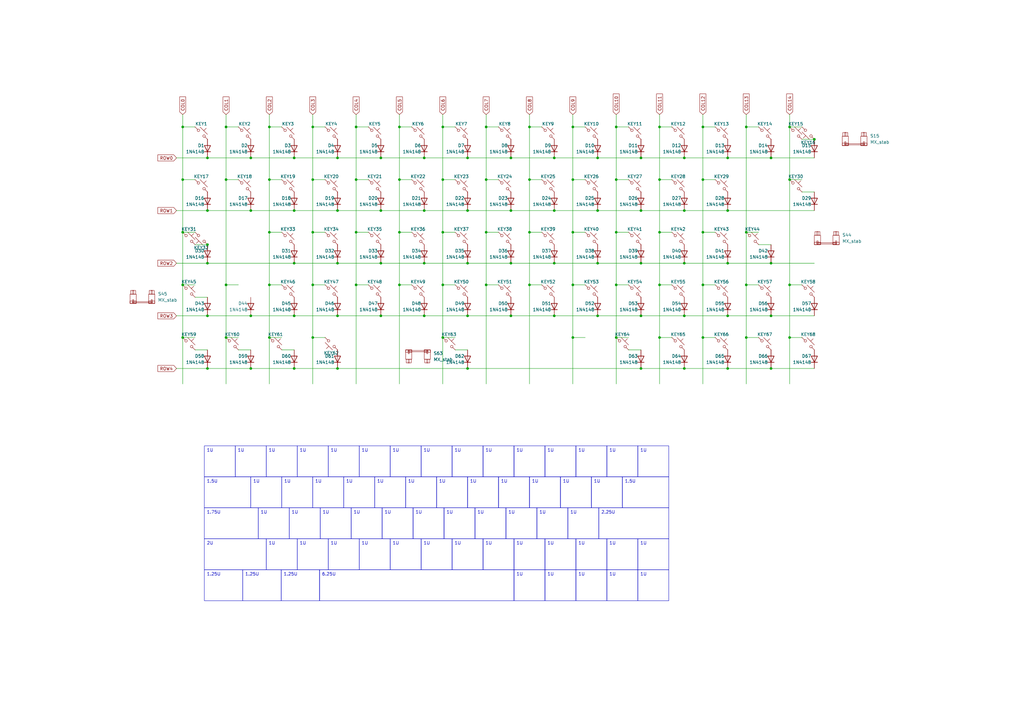
<source format=kicad_sch>
(kicad_sch (version 20230121) (generator eeschema)
  (paper "A3")
  (junction (at 138.43 64.77))
  (junction (at 288.29 73.66))
  (junction (at 146.05 52.07))
  (junction (at 288.29 52.07))
  (junction (at 120.65 129.54))
  (junction (at 128.27 73.66))
  (junction (at 270.51 116.84))
  (junction (at 120.65 107.95))
  (junction (at 173.99 107.95))
  (junction (at 270.51 52.07))
  (junction (at 191.77 86.36))
  (junction (at 288.29 138.43))
  (junction (at 298.45 151.13))
  (junction (at 306.07 138.43))
  (junction (at 128.27 116.84))
  (junction (at 298.45 86.36))
  (junction (at 102.87 129.54))
  (junction (at 306.07 116.84))
  (junction (at 262.89 64.77))
  (junction (at 120.65 151.13))
  (junction (at 217.17 116.84))
  (junction (at 120.65 64.77))
  (junction (at 280.67 86.36))
  (junction (at 323.85 116.84))
  (junction (at 146.05 95.25))
  (junction (at 234.95 138.43))
  (junction (at 234.95 73.66))
  (junction (at 191.77 64.77))
  (junction (at 217.17 52.07))
  (junction (at 306.07 52.07))
  (junction (at 252.73 116.84))
  (junction (at 298.45 107.95))
  (junction (at 138.43 151.13))
  (junction (at 181.61 52.07))
  (junction (at 128.27 138.43))
  (junction (at 209.55 129.54))
  (junction (at 163.83 52.07))
  (junction (at 128.27 95.25))
  (junction (at 138.43 86.36))
  (junction (at 92.71 73.66))
  (junction (at 110.49 52.07))
  (junction (at 102.87 151.13))
  (junction (at 181.61 138.43))
  (junction (at 74.93 52.07))
  (junction (at 85.09 64.77))
  (junction (at 85.09 107.95))
  (junction (at 227.33 129.54))
  (junction (at 227.33 86.36))
  (junction (at 316.23 64.77))
  (junction (at 74.93 95.25))
  (junction (at 110.49 116.84))
  (junction (at 146.05 73.66))
  (junction (at 323.85 73.66))
  (junction (at 181.61 95.25))
  (junction (at 316.23 107.95))
  (junction (at 288.29 116.84))
  (junction (at 280.67 107.95))
  (junction (at 298.45 129.54))
  (junction (at 85.09 151.13))
  (junction (at 270.51 138.43))
  (junction (at 191.77 129.54))
  (junction (at 209.55 86.36))
  (junction (at 334.01 57.15))
  (junction (at 280.67 64.77))
  (junction (at 234.95 95.25))
  (junction (at 323.85 52.07))
  (junction (at 252.73 73.66))
  (junction (at 262.89 151.13))
  (junction (at 288.29 95.25))
  (junction (at 252.73 138.43))
  (junction (at 92.71 138.43))
  (junction (at 173.99 129.54))
  (junction (at 217.17 95.25))
  (junction (at 245.11 64.77))
  (junction (at 245.11 86.36))
  (junction (at 199.39 52.07))
  (junction (at 156.21 64.77))
  (junction (at 74.93 138.43))
  (junction (at 173.99 86.36))
  (junction (at 323.85 138.43))
  (junction (at 85.09 100.33))
  (junction (at 92.71 116.84))
  (junction (at 316.23 151.13))
  (junction (at 234.95 52.07))
  (junction (at 234.95 116.84))
  (junction (at 156.21 129.54))
  (junction (at 199.39 95.25))
  (junction (at 199.39 116.84))
  (junction (at 209.55 107.95))
  (junction (at 146.05 116.84))
  (junction (at 156.21 107.95))
  (junction (at 262.89 129.54))
  (junction (at 199.39 73.66))
  (junction (at 191.77 151.13))
  (junction (at 163.83 73.66))
  (junction (at 85.09 86.36))
  (junction (at 227.33 64.77))
  (junction (at 128.27 52.07))
  (junction (at 252.73 95.25))
  (junction (at 92.71 52.07))
  (junction (at 138.43 129.54))
  (junction (at 110.49 95.25))
  (junction (at 298.45 64.77))
  (junction (at 252.73 52.07))
  (junction (at 280.67 129.54))
  (junction (at 280.67 151.13))
  (junction (at 262.89 107.95))
  (junction (at 270.51 73.66))
  (junction (at 181.61 116.84))
  (junction (at 102.87 86.36))
  (junction (at 245.11 129.54))
  (junction (at 120.65 86.36))
  (junction (at 245.11 107.95))
  (junction (at 156.21 86.36))
  (junction (at 102.87 64.77))
  (junction (at 306.07 95.25))
  (junction (at 138.43 107.95))
  (junction (at 173.99 64.77))
  (junction (at 163.83 95.25))
  (junction (at 270.51 95.25))
  (junction (at 262.89 86.36))
  (junction (at 74.93 73.66))
  (junction (at 74.93 116.84))
  (junction (at 316.23 129.54))
  (junction (at 181.61 73.66))
  (junction (at 110.49 73.66))
  (junction (at 191.77 107.95))
  (junction (at 217.17 73.66))
  (junction (at 163.83 116.84))
  (junction (at 227.33 107.95))
  (junction (at 110.49 138.43))
  (junction (at 85.09 129.54))
  (junction (at 209.55 64.77))
  (wire (pts (xy 199.39 73.66) (xy 199.39 95.25)))
  (wire (pts (xy 298.45 86.36) (xy 334.01 86.36)))
  (wire (pts (xy 306.07 95.25) (xy 306.07 116.84)))
  (wire (pts (xy 298.45 64.77) (xy 316.23 64.77)))
  (wire (pts (xy 199.39 95.25) (xy 199.39 116.84)))
  (wire (pts (xy 163.83 116.84) (xy 168.91 116.84)))
  (wire (pts (xy 270.51 138.43) (xy 275.59 138.43)))
  (wire (pts (xy 217.17 52.07) (xy 222.25 52.07)))
  (wire (pts (xy 262.89 107.95) (xy 280.67 107.95)))
  (wire (pts (xy 323.85 46.99) (xy 323.85 52.07)))
  (wire (pts (xy 234.95 52.07) (xy 234.95 73.66)))
  (wire (pts (xy 163.83 116.84) (xy 163.83 157.48)))
  (wire (pts (xy 252.73 52.07) (xy 252.73 73.66)))
  (wire (pts (xy 181.61 52.07) (xy 186.69 52.07)))
  (wire (pts (xy 252.73 46.99) (xy 252.73 52.07)))
  (wire (pts (xy 270.51 46.99) (xy 270.51 52.07)))
  (wire (pts (xy 270.51 52.07) (xy 275.59 52.07)))
  (wire (pts (xy 306.07 138.43) (xy 311.15 138.43)))
  (wire (pts (xy 146.05 73.66) (xy 151.13 73.66)))
  (wire (pts (xy 85.09 86.36) (xy 102.87 86.36)))
  (wire (pts (xy 85.09 151.13) (xy 102.87 151.13)))
  (wire (pts (xy 234.95 46.99) (xy 234.95 52.07)))
  (wire (pts (xy 74.93 138.43) (xy 80.01 138.43)))
  (wire (pts (xy 323.85 138.43) (xy 323.85 157.48)))
  (wire (pts (xy 128.27 73.66) (xy 133.35 73.66)))
  (wire (pts (xy 288.29 52.07) (xy 293.37 52.07)))
  (wire (pts (xy 97.79 143.51) (xy 102.87 143.51)))
  (wire (pts (xy 110.49 73.66) (xy 110.49 95.25)))
  (wire (pts (xy 288.29 73.66) (xy 293.37 73.66)))
  (wire (pts (xy 128.27 52.07) (xy 128.27 73.66)))
  (wire (pts (xy 323.85 52.07) (xy 328.93 52.07)))
  (wire (pts (xy 191.77 129.54) (xy 209.55 129.54)))
  (wire (pts (xy 270.51 73.66) (xy 275.59 73.66)))
  (wire (pts (xy 323.85 138.43) (xy 328.93 138.43)))
  (wire (pts (xy 252.73 116.84) (xy 252.73 138.43)))
  (wire (pts (xy 234.95 116.84) (xy 234.95 138.43)))
  (wire (pts (xy 80.01 121.92) (xy 85.09 121.92)))
  (wire (pts (xy 120.65 107.95) (xy 138.43 107.95)))
  (wire (pts (xy 146.05 73.66) (xy 146.05 95.25)))
  (wire (pts (xy 234.95 73.66) (xy 234.95 95.25)))
  (wire (pts (xy 181.61 95.25) (xy 186.69 95.25)))
  (wire (pts (xy 74.93 116.84) (xy 80.01 116.84)))
  (wire (pts (xy 288.29 116.84) (xy 293.37 116.84)))
  (wire (pts (xy 72.39 129.54) (xy 85.09 129.54)))
  (wire (pts (xy 181.61 46.99) (xy 181.61 52.07)))
  (wire (pts (xy 270.51 95.25) (xy 275.59 95.25)))
  (wire (pts (xy 252.73 138.43) (xy 257.81 138.43)))
  (wire (pts (xy 316.23 151.13) (xy 334.01 151.13)))
  (wire (pts (xy 191.77 86.36) (xy 209.55 86.36)))
  (wire (pts (xy 199.39 116.84) (xy 204.47 116.84)))
  (wire (pts (xy 110.49 95.25) (xy 110.49 116.84)))
  (wire (pts (xy 234.95 52.07) (xy 240.03 52.07)))
  (wire (pts (xy 181.61 95.25) (xy 181.61 116.84)))
  (wire (pts (xy 306.07 95.25) (xy 311.15 95.25)))
  (wire (pts (xy 181.61 138.43) (xy 186.69 138.43)))
  (wire (pts (xy 146.05 116.84) (xy 151.13 116.84)))
  (wire (pts (xy 323.85 73.66) (xy 323.85 116.84)))
  (wire (pts (xy 288.29 73.66) (xy 288.29 95.25)))
  (wire (pts (xy 92.71 116.84) (xy 97.79 116.84)))
  (wire (pts (xy 110.49 95.25) (xy 115.57 95.25)))
  (wire (pts (xy 92.71 46.99) (xy 92.71 52.07)))
  (wire (pts (xy 146.05 95.25) (xy 151.13 95.25)))
  (wire (pts (xy 120.65 64.77) (xy 138.43 64.77)))
  (wire (pts (xy 288.29 95.25) (xy 293.37 95.25)))
  (wire (pts (xy 234.95 95.25) (xy 240.03 95.25)))
  (wire (pts (xy 173.99 107.95) (xy 191.77 107.95)))
  (wire (pts (xy 138.43 86.36) (xy 156.21 86.36)))
  (wire (pts (xy 227.33 86.36) (xy 245.11 86.36)))
  (wire (pts (xy 209.55 86.36) (xy 227.33 86.36)))
  (wire (pts (xy 173.99 86.36) (xy 191.77 86.36)))
  (wire (pts (xy 209.55 107.95) (xy 227.33 107.95)))
  (wire (pts (xy 110.49 138.43) (xy 115.57 138.43)))
  (wire (pts (xy 128.27 116.84) (xy 128.27 138.43)))
  (wire (pts (xy 156.21 64.77) (xy 173.99 64.77)))
  (wire (pts (xy 217.17 116.84) (xy 217.17 157.48)))
  (wire (pts (xy 163.83 46.99) (xy 163.83 52.07)))
  (wire (pts (xy 199.39 52.07) (xy 204.47 52.07)))
  (wire (pts (xy 74.93 95.25) (xy 74.93 116.84)))
  (wire (pts (xy 323.85 52.07) (xy 323.85 73.66)))
  (wire (pts (xy 110.49 73.66) (xy 115.57 73.66)))
  (wire (pts (xy 181.61 73.66) (xy 181.61 95.25)))
  (wire (pts (xy 102.87 129.54) (xy 120.65 129.54)))
  (wire (pts (xy 173.99 129.54) (xy 191.77 129.54)))
  (wire (pts (xy 328.93 78.74) (xy 334.01 78.74)))
  (wire (pts (xy 191.77 151.13) (xy 262.89 151.13)))
  (wire (pts (xy 270.51 116.84) (xy 270.51 138.43)))
  (wire (pts (xy 115.57 143.51) (xy 120.65 143.51)))
  (wire (pts (xy 199.39 46.99) (xy 199.39 52.07)))
  (wire (pts (xy 72.39 64.77) (xy 85.09 64.77)))
  (wire (pts (xy 146.05 46.99) (xy 146.05 52.07)))
  (wire (pts (xy 80.01 100.33) (xy 85.09 100.33)))
  (wire (pts (xy 110.49 138.43) (xy 110.49 157.48)))
  (wire (pts (xy 270.51 116.84) (xy 275.59 116.84)))
  (wire (pts (xy 110.49 116.84) (xy 115.57 116.84)))
  (wire (pts (xy 163.83 52.07) (xy 163.83 73.66)))
  (wire (pts (xy 270.51 95.25) (xy 270.51 116.84)))
  (wire (pts (xy 85.09 107.95) (xy 120.65 107.95)))
  (wire (pts (xy 120.65 151.13) (xy 138.43 151.13)))
  (wire (pts (xy 252.73 95.25) (xy 252.73 116.84)))
  (wire (pts (xy 209.55 64.77) (xy 227.33 64.77)))
  (wire (pts (xy 199.39 95.25) (xy 204.47 95.25)))
  (wire (pts (xy 74.93 95.25) (xy 80.01 95.25)))
  (wire (pts (xy 280.67 151.13) (xy 298.45 151.13)))
  (wire (pts (xy 252.73 138.43) (xy 252.73 157.48)))
  (wire (pts (xy 74.93 73.66) (xy 74.93 95.25)))
  (wire (pts (xy 92.71 73.66) (xy 92.71 116.84)))
  (wire (pts (xy 316.23 129.54) (xy 334.01 129.54)))
  (wire (pts (xy 92.71 138.43) (xy 92.71 157.48)))
  (wire (pts (xy 191.77 64.77) (xy 209.55 64.77)))
  (wire (pts (xy 128.27 95.25) (xy 128.27 116.84)))
  (wire (pts (xy 328.93 57.15) (xy 334.01 57.15)))
  (wire (pts (xy 146.05 116.84) (xy 146.05 157.48)))
  (wire (pts (xy 262.89 64.77) (xy 280.67 64.77)))
  (wire (pts (xy 270.51 138.43) (xy 270.51 157.48)))
  (wire (pts (xy 146.05 52.07) (xy 146.05 73.66)))
  (wire (pts (xy 199.39 52.07) (xy 199.39 73.66)))
  (wire (pts (xy 128.27 52.07) (xy 133.35 52.07)))
  (wire (pts (xy 257.81 143.51) (xy 262.89 143.51)))
  (wire (pts (xy 288.29 116.84) (xy 288.29 138.43)))
  (wire (pts (xy 288.29 52.07) (xy 288.29 73.66)))
  (wire (pts (xy 280.67 86.36) (xy 298.45 86.36)))
  (wire (pts (xy 245.11 129.54) (xy 262.89 129.54)))
  (wire (pts (xy 92.71 52.07) (xy 97.79 52.07)))
  (wire (pts (xy 234.95 116.84) (xy 240.03 116.84)))
  (wire (pts (xy 181.61 116.84) (xy 181.61 138.43)))
  (wire (pts (xy 181.61 73.66) (xy 186.69 73.66)))
  (wire (pts (xy 234.95 95.25) (xy 234.95 116.84)))
  (wire (pts (xy 102.87 64.77) (xy 120.65 64.77)))
  (wire (pts (xy 298.45 129.54) (xy 316.23 129.54)))
  (wire (pts (xy 138.43 129.54) (xy 156.21 129.54)))
  (wire (pts (xy 245.11 107.95) (xy 262.89 107.95)))
  (wire (pts (xy 74.93 46.99) (xy 74.93 52.07)))
  (wire (pts (xy 280.67 107.95) (xy 298.45 107.95)))
  (wire (pts (xy 217.17 73.66) (xy 222.25 73.66)))
  (wire (pts (xy 306.07 52.07) (xy 306.07 95.25)))
  (wire (pts (xy 306.07 116.84) (xy 306.07 138.43)))
  (wire (pts (xy 306.07 116.84) (xy 311.15 116.84)))
  (wire (pts (xy 181.61 116.84) (xy 186.69 116.84)))
  (wire (pts (xy 252.73 116.84) (xy 257.81 116.84)))
  (wire (pts (xy 262.89 129.54) (xy 280.67 129.54)))
  (wire (pts (xy 262.89 86.36) (xy 280.67 86.36)))
  (wire (pts (xy 316.23 107.95) (xy 334.01 107.95)))
  (wire (pts (xy 181.61 52.07) (xy 181.61 73.66)))
  (wire (pts (xy 120.65 86.36) (xy 138.43 86.36)))
  (wire (pts (xy 102.87 86.36) (xy 120.65 86.36)))
  (wire (pts (xy 120.65 129.54) (xy 138.43 129.54)))
  (wire (pts (xy 311.15 100.33) (xy 316.23 100.33)))
  (wire (pts (xy 156.21 86.36) (xy 173.99 86.36)))
  (wire (pts (xy 280.67 64.77) (xy 298.45 64.77)))
  (wire (pts (xy 323.85 116.84) (xy 323.85 138.43)))
  (wire (pts (xy 234.95 138.43) (xy 240.03 138.43)))
  (wire (pts (xy 146.05 95.25) (xy 146.05 116.84)))
  (wire (pts (xy 288.29 46.99) (xy 288.29 52.07)))
  (wire (pts (xy 163.83 52.07) (xy 168.91 52.07)))
  (wire (pts (xy 252.73 52.07) (xy 257.81 52.07)))
  (wire (pts (xy 252.73 95.25) (xy 257.81 95.25)))
  (wire (pts (xy 138.43 64.77) (xy 156.21 64.77)))
  (wire (pts (xy 128.27 116.84) (xy 133.35 116.84)))
  (wire (pts (xy 74.93 52.07) (xy 74.93 73.66)))
  (wire (pts (xy 72.39 107.95) (xy 85.09 107.95)))
  (wire (pts (xy 74.93 116.84) (xy 74.93 138.43)))
  (wire (pts (xy 72.39 151.13) (xy 85.09 151.13)))
  (wire (pts (xy 163.83 95.25) (xy 168.91 95.25)))
  (wire (pts (xy 128.27 46.99) (xy 128.27 52.07)))
  (wire (pts (xy 288.29 95.25) (xy 288.29 116.84)))
  (wire (pts (xy 74.93 138.43) (xy 74.93 157.48)))
  (wire (pts (xy 227.33 64.77) (xy 245.11 64.77)))
  (wire (pts (xy 306.07 138.43) (xy 306.07 157.48)))
  (wire (pts (xy 288.29 138.43) (xy 293.37 138.43)))
  (wire (pts (xy 280.67 129.54) (xy 298.45 129.54)))
  (wire (pts (xy 252.73 73.66) (xy 252.73 95.25)))
  (wire (pts (xy 138.43 107.95) (xy 156.21 107.95)))
  (wire (pts (xy 110.49 52.07) (xy 110.49 73.66)))
  (wire (pts (xy 72.39 86.36) (xy 85.09 86.36)))
  (wire (pts (xy 217.17 116.84) (xy 222.25 116.84)))
  (wire (pts (xy 186.69 143.51) (xy 191.77 143.51)))
  (wire (pts (xy 146.05 52.07) (xy 151.13 52.07)))
  (wire (pts (xy 245.11 86.36) (xy 262.89 86.36)))
  (wire (pts (xy 92.71 73.66) (xy 97.79 73.66)))
  (wire (pts (xy 156.21 107.95) (xy 173.99 107.95)))
  (wire (pts (xy 102.87 151.13) (xy 120.65 151.13)))
  (wire (pts (xy 74.93 52.07) (xy 80.01 52.07)))
  (wire (pts (xy 85.09 64.77) (xy 102.87 64.77)))
  (wire (pts (xy 173.99 64.77) (xy 191.77 64.77)))
  (wire (pts (xy 217.17 95.25) (xy 217.17 116.84)))
  (wire (pts (xy 110.49 46.99) (xy 110.49 52.07)))
  (wire (pts (xy 181.61 138.43) (xy 181.61 157.48)))
  (wire (pts (xy 128.27 73.66) (xy 128.27 95.25)))
  (wire (pts (xy 92.71 138.43) (xy 97.79 138.43)))
  (wire (pts (xy 80.01 143.51) (xy 85.09 143.51)))
  (wire (pts (xy 199.39 116.84) (xy 199.39 157.48)))
  (wire (pts (xy 156.21 129.54) (xy 173.99 129.54)))
  (wire (pts (xy 74.93 73.66) (xy 80.01 73.66)))
  (wire (pts (xy 234.95 138.43) (xy 234.95 157.48)))
  (wire (pts (xy 163.83 73.66) (xy 163.83 95.25)))
  (wire (pts (xy 199.39 73.66) (xy 204.47 73.66)))
  (wire (pts (xy 316.23 64.77) (xy 334.01 64.77)))
  (wire (pts (xy 85.09 129.54) (xy 102.87 129.54)))
  (wire (pts (xy 110.49 52.07) (xy 115.57 52.07)))
  (wire (pts (xy 138.43 151.13) (xy 191.77 151.13)))
  (wire (pts (xy 217.17 73.66) (xy 217.17 95.25)))
  (wire (pts (xy 209.55 129.54) (xy 227.33 129.54)))
  (wire (pts (xy 270.51 73.66) (xy 270.51 95.25)))
  (wire (pts (xy 298.45 151.13) (xy 316.23 151.13)))
  (wire (pts (xy 92.71 52.07) (xy 92.71 73.66)))
  (wire (pts (xy 128.27 138.43) (xy 133.35 138.43)))
  (wire (pts (xy 128.27 138.43) (xy 128.27 157.48)))
  (wire (pts (xy 227.33 107.95) (xy 245.11 107.95)))
  (wire (pts (xy 217.17 52.07) (xy 217.17 73.66)))
  (wire (pts (xy 217.17 95.25) (xy 222.25 95.25)))
  (wire (pts (xy 245.11 64.77) (xy 262.89 64.77)))
  (wire (pts (xy 323.85 116.84) (xy 328.93 116.84)))
  (wire (pts (xy 252.73 73.66) (xy 257.81 73.66)))
  (wire (pts (xy 191.77 107.95) (xy 209.55 107.95)))
  (wire (pts (xy 262.89 151.13) (xy 280.67 151.13)))
  (wire (pts (xy 217.17 46.99) (xy 217.17 52.07)))
  (wire (pts (xy 306.07 46.99) (xy 306.07 52.07)))
  (wire (pts (xy 234.95 73.66) (xy 240.03 73.66)))
  (wire (pts (xy 298.45 107.95) (xy 316.23 107.95)))
  (wire (pts (xy 92.71 116.84) (xy 92.71 138.43)))
  (wire (pts (xy 288.29 138.43) (xy 288.29 157.48)))
  (wire (pts (xy 110.49 116.84) (xy 110.49 138.43)))
  (wire (pts (xy 227.33 129.54) (xy 245.11 129.54)))
  (wire (pts (xy 128.27 95.25) (xy 133.35 95.25)))
  (wire (pts (xy 323.85 73.66) (xy 328.93 73.66)))
  (wire (pts (xy 163.83 95.25) (xy 163.83 116.84)))
  (wire (pts (xy 306.07 52.07) (xy 311.15 52.07)))
  (wire (pts (xy 163.83 73.66) (xy 168.91 73.66)))
  (wire (pts (xy 270.51 52.07) (xy 270.51 73.66)))
  (text_box "1U" (at 223.52 182.88 0) (size 12.7 12.7) (effects (font (size 1.27 1.27)) (justify left top)))
  (text_box "1U" (at 166.37 195.58 0) (size 12.7 12.7) (effects (font (size 1.27 1.27)) (justify left top)))
  (text_box "1U" (at 236.22 182.88 0) (size 12.7 12.7) (effects (font (size 1.27 1.27)) (justify left top)))
  (text_box "1U" (at 172.72 182.88 0) (size 12.7 12.7) (effects (font (size 1.27 1.27)) (justify left top)))
  (text_box "1U" (at 182.118 208.28 0) (size 12.7 12.7) (effects (font (size 1.27 1.27)) (justify left top)))
  (text_box "1U" (at 147.32 182.88 0) (size 12.7 12.7) (effects (font (size 1.27 1.27)) (justify left top)))
  (text_box "1.5U" (at 255.27 195.58 0) (size 19.05 12.7) (effects (font (size 1.27 1.27)) (justify left top)))
  (text_box "1U" (at 109.22 182.88 0) (size 12.7 12.7) (effects (font (size 1.27 1.27)) (justify left top)))
  (text_box "2.25U" (at 245.618 208.28 0) (size 28.702 12.7) (effects (font (size 1.27 1.27)) (justify left top)))
  (text_box "1U" (at 210.82 220.98 0) (size 12.7 12.7) (effects (font (size 1.27 1.27)) (justify left top)))
  (text_box "1U" (at 147.32 220.98 0) (size 12.7 12.7) (effects (font (size 1.27 1.27)) (justify left top)))
  (text_box "1.25U" (at 99.568 233.68 0) (size 15.748 12.7) (effects (font (size 1.27 1.27)) (justify left top)))
  (text_box "1U" (at 169.418 208.28 0) (size 12.7 12.7) (effects (font (size 1.27 1.27)) (justify left top)))
  (text_box "1U" (at 96.52 182.88 0) (size 12.7 12.7) (effects (font (size 1.27 1.27)) (justify left top)))
  (text_box "1U" (at 220.218 208.28 0) (size 12.7 12.7) (effects (font (size 1.27 1.27)) (justify left top)))
  (text_box "1U" (at 261.62 182.88 0) (size 12.7 12.7) (effects (font (size 1.27 1.27)) (justify left top)))
  (text_box "1.5U" (at 83.82 195.58 0) (size 19.05 12.7) (effects (font (size 1.27 1.27)) (justify left top)))
  (text_box "1U" (at 242.57 195.58 0) (size 12.7 12.7) (effects (font (size 1.27 1.27)) (justify left top)))
  (text_box "1U" (at 185.42 182.88 0) (size 12.7 12.7) (effects (font (size 1.27 1.27)) (justify left top)))
  (text_box "1U" (at 179.07 195.58 0) (size 12.7 12.7) (effects (font (size 1.27 1.27)) (justify left top)))
  (text_box "1U" (at 210.82 233.68 0) (size 12.7 12.7) (effects (font (size 1.27 1.27)) (justify left top)))
  (text_box "1U" (at 248.92 233.68 0) (size 12.7 12.7) (effects (font (size 1.27 1.27)) (justify left top)))
  (text_box "6.25U" (at 131.064 233.68 0) (size 79.756 12.7) (effects (font (size 1.27 1.27)) (justify left top)))
  (text_box "1U" (at 210.82 182.88 0) (size 12.7 12.7) (effects (font (size 1.27 1.27)) (justify left top)))
  (text_box "1U" (at 105.918 208.28 0) (size 12.7 12.7) (effects (font (size 1.27 1.27)) (justify left top)))
  (text_box "1U" (at 140.97 195.58 0) (size 12.7 12.7) (effects (font (size 1.27 1.27)) (justify left top)))
  (text_box "1U" (at 128.27 195.58 0) (size 12.7 12.7) (effects (font (size 1.27 1.27)) (justify left top)))
  (text_box "1U" (at 194.818 208.28 0) (size 12.7 12.7) (effects (font (size 1.27 1.27)) (justify left top)))
  (text_box "1U" (at 198.12 220.98 0) (size 12.7 12.7) (effects (font (size 1.27 1.27)) (justify left top)))
  (text_box "1U" (at 232.918 208.28 0) (size 12.7 12.7) (effects (font (size 1.27 1.27)) (justify left top)))
  (text_box "1U" (at 153.67 195.58 0) (size 12.7 12.7) (effects (font (size 1.27 1.27)) (justify left top)))
  (text_box "1U" (at 118.618 208.28 0) (size 12.7 12.7) (effects (font (size 1.27 1.27)) (justify left top)))
  (text_box "1U" (at 198.12 182.88 0) (size 12.7 12.7) (effects (font (size 1.27 1.27)) (justify left top)))
  (text_box "1U" (at 131.318 208.28 0) (size 12.7 12.7) (effects (font (size 1.27 1.27)) (justify left top)))
  (text_box "1U" (at 204.47 195.58 0) (size 12.7 12.7) (effects (font (size 1.27 1.27)) (justify left top)))
  (text_box "1U" (at 248.92 182.88 0) (size 12.7 12.7) (effects (font (size 1.27 1.27)) (justify left top)))
  (text_box "1U" (at 160.02 220.98 0) (size 12.7 12.7) (effects (font (size 1.27 1.27)) (justify left top)))
  (text_box "1.25U" (at 83.82 233.68 0) (size 15.748 12.7) (effects (font (size 1.27 1.27)) (justify left top)))
  (text_box "1U" (at 229.87 195.58 0) (size 12.7 12.7) (effects (font (size 1.27 1.27)) (justify left top)))
  (text_box "1U" (at 191.77 195.58 0) (size 12.7 12.7) (effects (font (size 1.27 1.27)) (justify left top)))
  (text_box "1U" (at 83.82 182.88 0) (size 12.7 12.7) (effects (font (size 1.27 1.27)) (justify left top)))
  (text_box "1.75U" (at 83.82 208.28 0) (size 22.098 12.7) (effects (font (size 1.27 1.27)) (justify left top)))
  (text_box "1U" (at 121.92 220.98 0) (size 12.7 12.7) (effects (font (size 1.27 1.27)) (justify left top)))
  (text_box "1U" (at 223.52 233.68 0) (size 12.7 12.7) (effects (font (size 1.27 1.27)) (justify left top)))
  (text_box "1U" (at 185.42 220.98 0) (size 12.7 12.7) (effects (font (size 1.27 1.27)) (justify left top)))
  (text_box "1U" (at 248.92 220.98 0) (size 12.7 12.7) (effects (font (size 1.27 1.27)) (justify left top)))
  (text_box "1.25U" (at 115.316 233.68 0) (size 15.748 12.7) (effects (font (size 1.27 1.27)) (justify left top)))
  (text_box "1U" (at 160.02 182.88 0) (size 12.7 12.7) (effects (font (size 1.27 1.27)) (justify left top)))
  (text_box "1U" (at 121.92 182.88 0) (size 12.7 12.7) (effects (font (size 1.27 1.27)) (justify left top)))
  (text_box "1U" (at 223.52 220.98 0) (size 12.7 12.7) (effects (font (size 1.27 1.27)) (justify left top)))
  (text_box "1U" (at 144.018 208.28 0) (size 12.7 12.7) (effects (font (size 1.27 1.27)) (justify left top)))
  (text_box "1U" (at 217.17 195.58 0) (size 12.7 12.7) (effects (font (size 1.27 1.27)) (justify left top)))
  (text_box "1U" (at 134.62 182.88 0) (size 12.7 12.7) (effects (font (size 1.27 1.27)) (justify left top)))
  (text_box "1U" (at 236.22 220.98 0) (size 12.7 12.7) (effects (font (size 1.27 1.27)) (justify left top)))
  (text_box "1U" (at 134.62 220.98 0) (size 12.7 12.7) (effects (font (size 1.27 1.27)) (justify left top)))
  (text_box "2U" (at 83.82 220.98 0) (size 25.4 12.7) (effects (font (size 1.27 1.27)) (justify left top)))
  (text_box "1U" (at 156.718 208.28 0) (size 12.7 12.7) (effects (font (size 1.27 1.27)) (justify left top)))
  (text_box "1U" (at 172.72 220.98 0) (size 12.7 12.7) (effects (font (size 1.27 1.27)) (justify left top)))
  (text_box "1U" (at 207.518 208.28 0) (size 12.7 12.7) (effects (font (size 1.27 1.27)) (justify left top)))
  (text_box "1U" (at 109.22 220.98 0) (size 12.7 12.7) (effects (font (size 1.27 1.27)) (justify left top)))
  (text_box "1U" (at 115.57 195.58 0) (size 12.7 12.7) (effects (font (size 1.27 1.27)) (justify left top)))
  (text_box "1U" (at 261.62 220.98 0) (size 12.7 12.7) (effects (font (size 1.27 1.27)) (justify left top)))
  (text_box "1U" (at 261.62 233.68 0) (size 12.7 12.7) (effects (font (size 1.27 1.27)) (justify left top)))
  (text_box "1U" (at 102.87 195.58 0) (size 12.7 12.7) (effects (font (size 1.27 1.27)) (justify left top)))
  (text_box "1U" (at 236.22 233.68 0) (size 12.7 12.7) (effects (font (size 1.27 1.27)) (justify left top)))
  (global_label "COL3" (shape input) (at 128.27 46.99 90) (property "Intersheetrefs" "${INTERSHEET_REFS}" (effects hide)))
  (global_label "COL11" (shape input) (at 270.51 46.99 90) (property "Intersheetrefs" "${INTERSHEET_REFS}" (effects hide)))
  (global_label "COL14" (shape input) (at 323.85 46.99 90) (property "Intersheetrefs" "${INTERSHEET_REFS}" (effects hide)))
  (global_label "ROW0" (shape input) (at 72.39 64.77 180) (property "Intersheetrefs" "${INTERSHEET_REFS}" (effects hide)))
  (global_label "ROW3" (shape input) (at 72.39 129.54 180) (property "Intersheetrefs" "${INTERSHEET_REFS}" (effects hide)))
  (global_label "COL8" (shape input) (at 217.17 46.99 90) (property "Intersheetrefs" "${INTERSHEET_REFS}" (effects hide)))
  (global_label "COL13" (shape input) (at 306.07 46.99 90) (property "Intersheetrefs" "${INTERSHEET_REFS}" (effects hide)))
  (global_label "COL4" (shape input) (at 146.05 46.99 90) (property "Intersheetrefs" "${INTERSHEET_REFS}" (effects hide)))
  (global_label "COL12" (shape input) (at 288.29 46.99 90) (property "Intersheetrefs" "${INTERSHEET_REFS}" (effects hide)))
  (global_label "COL1" (shape input) (at 92.71 46.99 90) (property "Intersheetrefs" "${INTERSHEET_REFS}" (effects hide)))
  (global_label "COL6" (shape input) (at 181.61 46.99 90) (property "Intersheetrefs" "${INTERSHEET_REFS}" (effects hide)))
  (global_label "COL2" (shape input) (at 110.49 46.99 90) (property "Intersheetrefs" "${INTERSHEET_REFS}" (effects hide)))
  (global_label "COL0" (shape input) (at 74.93 46.99 90) (property "Intersheetrefs" "${INTERSHEET_REFS}" (effects hide)))
  (global_label "ROW1" (shape input) (at 72.39 86.36 180) (property "Intersheetrefs" "${INTERSHEET_REFS}" (effects hide)))
  (global_label "COL5" (shape input) (at 163.83 46.99 90) (property "Intersheetrefs" "${INTERSHEET_REFS}" (effects hide)))
  (global_label "ROW4" (shape input) (at 72.39 151.13 180) (property "Intersheetrefs" "${INTERSHEET_REFS}" (effects hide)))
  (global_label "ROW2" (shape input) (at 72.39 107.95 180) (property "Intersheetrefs" "${INTERSHEET_REFS}" (effects hide)))
  (global_label "COL9" (shape input) (at 234.95 46.99 90) (property "Intersheetrefs" "${INTERSHEET_REFS}" (effects hide)))
  (global_label "COL10" (shape input) (at 252.73 46.99 90) (property "Intersheetrefs" "${INTERSHEET_REFS}" (effects hide)))
  (global_label "COL7" (shape input) (at 199.39 46.99 90) (property "Intersheetrefs" "${INTERSHEET_REFS}" (effects hide)))
  (symbol (lib_id "Diode:1N4148") (at 156.21 104.14 90) (unit 1)
    (property "Reference" "D33" (at 154.94 102.87 90) (effects (justify left)))
    (property "Value" "1N4148" (at 154.94 105.41 90) (effects (justify left)))
    (property "Footprint" "Diode_SMD:D_SOD-323_HandSoldering" (effects hide))
    (property "Datasheet" "https://assets.nexperia.com/documents/data-sheet/1N4148_1N4448.pdf" (effects hide))
    (property "LCSC" "C81598" (effects hide))
    (property "MFR. Part #" "1N4148W" (effects hide))
  )
  (symbol (lib_id "Diode:1N4148") (at 173.99 125.73 90) (unit 1)
    (property "Reference" "D48" (at 172.72 124.46 90) (effects (justify left)))
    (property "Value" "1N4148" (at 172.72 127 90) (effects (justify left)))
    (property "Footprint" "Diode_SMD:D_SOD-323_HandSoldering" (effects hide))
    (property "Datasheet" "https://assets.nexperia.com/documents/data-sheet/1N4148_1N4448.pdf" (effects hide))
    (property "LCSC" "C81598" (effects hide))
    (property "MFR. Part #" "1N4148W" (effects hide))
  )
  (symbol (lib_id "Switch:SW_Push_45deg") (at 295.91 76.2 0) (unit 1)
    (property "Reference" "KEY29" (at 295.91 72.39 0))
    (property "Value" "SW_Push_45deg" (effects hide))
    (property "Footprint" "key-switches:SW_MX_HotSwap_PTH" (effects hide))
  )
  (symbol (lib_id "Diode:1N4148") (at 173.99 104.14 90) (unit 1)
    (property "Reference" "D34" (at 172.72 102.87 90) (effects (justify left)))
    (property "Value" "1N4148" (at 172.72 105.41 90) (effects (justify left)))
    (property "Footprint" "Diode_SMD:D_SOD-323_HandSoldering" (effects hide))
    (property "Datasheet" "https://assets.nexperia.com/documents/data-sheet/1N4148_1N4448.pdf" (effects hide))
    (property "LCSC" "C81598" (effects hide))
    (property "MFR. Part #" "1N4148W" (effects hide))
  )
  (symbol (lib_id "Switch:SW_Push_45deg") (at 82.55 54.61 0) (unit 1)
    (property "Reference" "KEY1" (at 82.55 50.8 0))
    (property "Value" "SW_Push_45deg" (effects hide))
    (property "Footprint" "key-switches:SW_MX_HotSwap_PTH" (effects hide))
  )
  (symbol (lib_id "Switch:SW_Push_45deg") (at 153.67 76.2 0) (unit 1)
    (property "Reference" "KEY21" (at 153.67 72.39 0))
    (property "Value" "SW_Push_45deg" (effects hide))
    (property "Footprint" "key-switches:SW_MX_HotSwap_PTH" (effects hide))
  )
  (symbol (lib_id "Switch:SW_Push_45deg") (at 189.23 97.79 0) (unit 1)
    (property "Reference" "KEY37" (at 189.23 93.98 0))
    (property "Value" "SW_Push_45deg" (effects hide))
    (property "Footprint" "key-switches:SW_MX_HotSwap_PTH" (effects hide))
  )
  (symbol (lib_id "Diode:1N4148") (at 120.65 104.14 90) (unit 1)
    (property "Reference" "D31" (at 119.38 102.87 90) (effects (justify left)))
    (property "Value" "1N4148" (at 119.38 105.41 90) (effects (justify left)))
    (property "Footprint" "Diode_SMD:D_SOD-323_HandSoldering" (effects hide))
    (property "Datasheet" "https://assets.nexperia.com/documents/data-sheet/1N4148_1N4448.pdf" (effects hide))
    (property "LCSC" "C81598" (effects hide))
    (property "MFR. Part #" "1N4148W" (effects hide))
  )
  (symbol (lib_id "Diode:1N4148") (at 227.33 104.14 90) (unit 1)
    (property "Reference" "D37" (at 226.06 102.87 90) (effects (justify left)))
    (property "Value" "1N4148" (at 226.06 105.41 90) (effects (justify left)))
    (property "Footprint" "Diode_SMD:D_SOD-323_HandSoldering" (effects hide))
    (property "Datasheet" "https://assets.nexperia.com/documents/data-sheet/1N4148_1N4448.pdf" (effects hide))
    (property "LCSC" "C81598" (effects hide))
    (property "MFR. Part #" "1N4148W" (effects hide))
  )
  (symbol (lib_id "Switch:SW_Push_45deg") (at 224.79 54.61 0) (unit 1)
    (property "Reference" "KEY9" (at 224.79 50.8 0))
    (property "Value" "SW_Push_45deg" (effects hide))
    (property "Footprint" "key-switches:SW_MX_HotSwap_PTH" (effects hide))
  )
  (symbol (lib_id "Diode:1N4148") (at 209.55 60.96 90) (unit 1)
    (property "Reference" "D8" (at 208.28 59.69 90) (effects (justify left)))
    (property "Value" "1N4148" (at 208.28 62.23 90) (effects (justify left)))
    (property "Footprint" "Diode_SMD:D_SOD-323_HandSoldering" (effects hide))
    (property "Datasheet" "https://assets.nexperia.com/documents/data-sheet/1N4148_1N4448.pdf" (effects hide))
    (property "LCSC" "C81598" (effects hide))
    (property "MFR. Part #" "1N4148W" (effects hide))
  )
  (symbol (lib_id "Diode:1N4148") (at 245.11 125.73 90) (unit 1)
    (property "Reference" "D52" (at 243.84 124.46 90) (effects (justify left)))
    (property "Value" "1N4148" (at 243.84 127 90) (effects (justify left)))
    (property "Footprint" "Diode_SMD:D_SOD-323_HandSoldering" (effects hide))
    (property "Datasheet" "https://assets.nexperia.com/documents/data-sheet/1N4148_1N4448.pdf" (effects hide))
    (property "LCSC" "C81598" (effects hide))
    (property "MFR. Part #" "1N4148W" (effects hide))
  )
  (symbol (lib_id "Switch:SW_Push_45deg") (at 308.61 97.79 0) (unit 1)
    (property "Reference" "KEY44" (at 308.61 93.98 0))
    (property "Value" "SW_Push_45deg" (effects hide))
    (property "Footprint" "key-switches:SW_MX_HotSwap_PTH" (effects hide))
  )
  (symbol (lib_id "Switch:SW_Push_45deg") (at 184.15 140.97 0) (unit 1)
    (property "Reference" "KEY63" (at 184.15 137.16 0))
    (property "Value" "SW_Push_45deg" (effects hide))
    (property "Footprint" "key-switches:SW_MX_HotSwap_PTH" (effects hide))
  )
  (symbol (lib_id "Diode:1N4148") (at 120.65 125.73 90) (unit 1)
    (property "Reference" "D45" (at 119.38 124.46 90) (effects (justify left)))
    (property "Value" "1N4148" (at 119.38 127 90) (effects (justify left)))
    (property "Footprint" "Diode_SMD:D_SOD-323_HandSoldering" (effects hide))
    (property "Datasheet" "https://assets.nexperia.com/documents/data-sheet/1N4148_1N4448.pdf" (effects hide))
    (property "LCSC" "C81598" (effects hide))
    (property "MFR. Part #" "1N4148W" (effects hide))
  )
  (symbol (lib_id "Diode:1N4148") (at 138.43 82.55 90) (unit 1)
    (property "Reference" "D19" (at 137.16 81.28 90) (effects (justify left)))
    (property "Value" "1N4148" (at 137.16 83.82 90) (effects (justify left)))
    (property "Footprint" "Diode_SMD:D_SOD-323_HandSoldering" (effects hide))
    (property "Datasheet" "https://assets.nexperia.com/documents/data-sheet/1N4148_1N4448.pdf" (effects hide))
    (property "LCSC" "C81598" (effects hide))
    (property "MFR. Part #" "1N4148W" (effects hide))
  )
  (symbol (lib_id "Switch:SW_Push_45deg") (at 207.01 119.38 0) (unit 1)
    (property "Reference" "KEY51" (at 207.01 115.57 0))
    (property "Value" "SW_Push_45deg" (effects hide))
    (property "Footprint" "key-switches:SW_MX_HotSwap_PTH" (effects hide))
  )
  (symbol (lib_id "Diode:1N4148") (at 262.89 125.73 90) (unit 1)
    (property "Reference" "D53" (at 261.62 124.46 90) (effects (justify left)))
    (property "Value" "1N4148" (at 261.62 127 90) (effects (justify left)))
    (property "Footprint" "Diode_SMD:D_SOD-323_HandSoldering" (effects hide))
    (property "Datasheet" "https://assets.nexperia.com/documents/data-sheet/1N4148_1N4448.pdf" (effects hide))
    (property "LCSC" "C81598" (effects hide))
    (property "MFR. Part #" "1N4148W" (effects hide))
  )
  (symbol (lib_id "Switch:SW_Push_45deg") (at 242.57 54.61 0) (unit 1)
    (property "Reference" "KEY10" (at 242.57 50.8 0))
    (property "Value" "SW_Push_45deg" (effects hide))
    (property "Footprint" "key-switches:SW_MX_HotSwap_PTH" (effects hide))
  )
  (symbol (lib_id "Switch:SW_Push_45deg") (at 135.89 119.38 0) (unit 1)
    (property "Reference" "KEY47" (at 135.89 115.57 0))
    (property "Value" "SW_Push_45deg" (effects hide))
    (property "Footprint" "key-switches:SW_MX_HotSwap_PTH" (effects hide))
  )
  (symbol (lib_id "Switch:SW_Push_45deg") (at 331.47 140.97 0) (unit 1)
    (property "Reference" "KEY68" (at 331.47 137.16 0))
    (property "Value" "SW_Push_45deg" (effects hide))
    (property "Footprint" "key-switches:SW_MX_HotSwap_PTH" (effects hide))
  )
  (symbol (lib_id "Diode:1N4148") (at 156.21 82.55 90) (unit 1)
    (property "Reference" "D20" (at 154.94 81.28 90) (effects (justify left)))
    (property "Value" "1N4148" (at 154.94 83.82 90) (effects (justify left)))
    (property "Footprint" "Diode_SMD:D_SOD-323_HandSoldering" (effects hide))
    (property "Datasheet" "https://assets.nexperia.com/documents/data-sheet/1N4148_1N4448.pdf" (effects hide))
    (property "LCSC" "C81598" (effects hide))
    (property "MFR. Part #" "1N4148W" (effects hide))
  )
  (symbol (lib_id "Switch:SW_Push_45deg") (at 135.89 54.61 0) (unit 1)
    (property "Reference" "KEY4" (at 135.89 50.8 0))
    (property "Value" "SW_Push_45deg" (effects hide))
    (property "Footprint" "key-switches:SW_MX_HotSwap_PTH" (effects hide))
  )
  (symbol (lib_id "Switch:SW_Push_45deg") (at 278.13 119.38 0) (unit 1)
    (property "Reference" "KEY55" (at 278.13 115.57 0))
    (property "Value" "SW_Push_45deg" (effects hide))
    (property "Footprint" "key-switches:SW_MX_HotSwap_PTH" (effects hide))
  )
  (symbol (lib_id "Diode:1N4148") (at 191.77 60.96 90) (unit 1)
    (property "Reference" "D7" (at 190.5 59.69 90) (effects (justify left)))
    (property "Value" "1N4148" (at 190.5 62.23 90) (effects (justify left)))
    (property "Footprint" "Diode_SMD:D_SOD-323_HandSoldering" (effects hide))
    (property "Datasheet" "https://assets.nexperia.com/documents/data-sheet/1N4148_1N4448.pdf" (effects hide))
    (property "LCSC" "C81598" (effects hide))
    (property "MFR. Part #" "1N4148W" (effects hide))
  )
  (symbol (lib_id "Diode:1N4148") (at 102.87 60.96 90) (unit 1)
    (property "Reference" "D2" (at 101.6 59.69 90) (effects (justify left)))
    (property "Value" "1N4148" (at 101.6 62.23 90) (effects (justify left)))
    (property "Footprint" "Diode_SMD:D_SOD-323_HandSoldering" (effects hide))
    (property "Datasheet" "https://assets.nexperia.com/documents/data-sheet/1N4148_1N4448.pdf" (effects hide))
    (property "LCSC" "C81598" (effects hide))
    (property "MFR. Part #" "1N4148W" (effects hide))
  )
  (symbol (lib_id "Switch:SW_Push_45deg") (at 135.89 140.97 180) (unit 1)
    (property "Reference" "KEY62" (at 135.89 144.78 0))
    (property "Value" "SW_Push_45deg" (effects hide))
    (property "Footprint" "key-switches:SW_MX_HotSwap_PTH" (effects hide))
  )
  (symbol (lib_id "Diode:1N4148") (at 156.21 60.96 90) (unit 1)
    (property "Reference" "D5" (at 154.94 59.69 90) (effects (justify left)))
    (property "Value" "1N4148" (at 154.94 62.23 90) (effects (justify left)))
    (property "Footprint" "Diode_SMD:D_SOD-323_HandSoldering" (effects hide))
    (property "Datasheet" "https://assets.nexperia.com/documents/data-sheet/1N4148_1N4448.pdf" (effects hide))
    (property "LCSC" "C81598" (effects hide))
    (property "MFR. Part #" "1N4148W" (effects hide))
  )
  (symbol (lib_id "Diode:1N4148") (at 120.65 147.32 90) (unit 1)
    (property "Reference" "D60" (at 119.38 146.05 90) (effects (justify left)))
    (property "Value" "1N4148" (at 119.38 148.59 90) (effects (justify left)))
    (property "Footprint" "Diode_SMD:D_SOD-323_HandSoldering" (effects hide))
    (property "Datasheet" "https://assets.nexperia.com/documents/data-sheet/1N4148_1N4448.pdf" (effects hide))
    (property "LCSC" "C81598" (effects hide))
    (property "MFR. Part #" "1N4148W" (effects hide))
  )
  (symbol (lib_id "Diode:1N4148") (at 298.45 104.14 90) (unit 1)
    (property "Reference" "D41" (at 297.18 102.87 90) (effects (justify left)))
    (property "Value" "1N4148" (at 297.18 105.41 90) (effects (justify left)))
    (property "Footprint" "Diode_SMD:D_SOD-323_HandSoldering" (effects hide))
    (property "Datasheet" "https://assets.nexperia.com/documents/data-sheet/1N4148_1N4448.pdf" (effects hide))
    (property "LCSC" "C81598" (effects hide))
    (property "MFR. Part #" "1N4148W" (effects hide))
  )
  (symbol (lib_id "Diode:1N4148") (at 227.33 60.96 90) (unit 1)
    (property "Reference" "D9" (at 226.06 59.69 90) (effects (justify left)))
    (property "Value" "1N4148" (at 226.06 62.23 90) (effects (justify left)))
    (property "Footprint" "Diode_SMD:D_SOD-323_HandSoldering" (effects hide))
    (property "Datasheet" "https://assets.nexperia.com/documents/data-sheet/1N4148_1N4448.pdf" (effects hide))
    (property "LCSC" "C81598" (effects hide))
    (property "MFR. Part #" "1N4148W" (effects hide))
  )
  (symbol (lib_id "Diode:1N4148") (at 191.77 104.14 90) (unit 1)
    (property "Reference" "D35" (at 190.5 102.87 90) (effects (justify left)))
    (property "Value" "1N4148" (at 190.5 105.41 90) (effects (justify left)))
    (property "Footprint" "Diode_SMD:D_SOD-323_HandSoldering" (effects hide))
    (property "Datasheet" "https://assets.nexperia.com/documents/data-sheet/1N4148_1N4448.pdf" (effects hide))
    (property "LCSC" "C81598" (effects hide))
    (property "MFR. Part #" "1N4148W" (effects hide))
  )
  (symbol (lib_id "Switch:SW_Push_45deg") (at 326.39 76.2 0) (unit 1)
    (property "Reference" "KEY30" (at 326.39 72.39 0))
    (property "Value" "SW_Push_45deg" (effects hide))
    (property "Footprint" "key-switches:SW_MX_HotSwap_PTH" (effects hide))
  )
  (symbol (lib_id "Switch:SW_Push_45deg") (at 95.25 140.97 0) (unit 1)
    (property "Reference" "KEY60" (at 95.25 137.16 0))
    (property "Value" "SW_Push_45deg" (effects hide))
    (property "Footprint" "key-switches:SW_MX_HotSwap_PTH" (effects hide))
  )
  (symbol (lib_id "Diode:1N4148") (at 316.23 125.73 90) (unit 1)
    (property "Reference" "D56" (at 314.96 124.46 90) (effects (justify left)))
    (property "Value" "1N4148" (at 314.96 127 90) (effects (justify left)))
    (property "Footprint" "Diode_SMD:D_SOD-323_HandSoldering" (effects hide))
    (property "Datasheet" "https://assets.nexperia.com/documents/data-sheet/1N4148_1N4448.pdf" (effects hide))
    (property "LCSC" "C81598" (effects hide))
    (property "MFR. Part #" "1N4148W" (effects hide))
  )
  (symbol (lib_id "Switch:SW_Push_45deg") (at 118.11 54.61 0) (unit 1)
    (property "Reference" "KEY3" (at 118.11 50.8 0))
    (property "Value" "SW_Push_45deg" (effects hide))
    (property "Footprint" "key-switches:SW_MX_HotSwap_PTH" (effects hide))
  )
  (symbol (lib_id "Switch:SW_Push_45deg") (at 118.11 97.79 0) (unit 1)
    (property "Reference" "KEY33" (at 118.11 93.98 0))
    (property "Value" "SW_Push_45deg" (effects hide))
    (property "Footprint" "key-switches:SW_MX_HotSwap_PTH" (effects hide))
  )
  (symbol (lib_id "Diode:1N4148") (at 156.21 125.73 90) (unit 1)
    (property "Reference" "D47" (at 154.94 124.46 90) (effects (justify left)))
    (property "Value" "1N4148" (at 154.94 127 90) (effects (justify left)))
    (property "Footprint" "Diode_SMD:D_SOD-323_HandSoldering" (effects hide))
    (property "Datasheet" "https://assets.nexperia.com/documents/data-sheet/1N4148_1N4448.pdf" (effects hide))
    (property "LCSC" "C81598" (effects hide))
    (property "MFR. Part #" "1N4148W" (effects hide))
  )
  (symbol (lib_id "Switch:SW_Push_45deg") (at 278.13 97.79 0) (unit 1)
    (property "Reference" "KEY42" (at 278.13 93.98 0))
    (property "Value" "SW_Push_45deg" (effects hide))
    (property "Footprint" "key-switches:SW_MX_HotSwap_PTH" (effects hide))
  )
  (symbol (lib_id "Diode:1N4148") (at 298.45 147.32 90) (unit 1)
    (property "Reference" "D65" (at 297.18 146.05 90) (effects (justify left)))
    (property "Value" "1N4148" (at 297.18 148.59 90) (effects (justify left)))
    (property "Footprint" "Diode_SMD:D_SOD-323_HandSoldering" (effects hide))
    (property "Datasheet" "https://assets.nexperia.com/documents/data-sheet/1N4148_1N4448.pdf" (effects hide))
    (property "LCSC" "C81598" (effects hide))
    (property "MFR. Part #" "1N4148W" (effects hide))
  )
  (symbol (lib_id "Switch:SW_Push_45deg") (at 153.67 54.61 0) (unit 1)
    (property "Reference" "KEY5" (at 153.67 50.8 0))
    (property "Value" "SW_Push_45deg" (effects hide))
    (property "Footprint" "key-switches:SW_MX_HotSwap_PTH" (effects hide))
  )
  (symbol (lib_id "PCM_marbastlib-mx:MX_stab") (at 171.45 146.05 180) (unit 1)
    (property "Reference" "S63" (at 177.8 144.907 0) (effects (justify right)))
    (property "Value" "MX_stab" (at 177.8 147.447 0) (effects (justify right)))
    (property "Footprint" "PCM_marbastlib-mx:STAB_MX_6.25u" (effects hide))
  )
  (symbol (lib_id "Diode:1N4148") (at 173.99 60.96 90) (unit 1)
    (property "Reference" "D6" (at 172.72 59.69 90) (effects (justify left)))
    (property "Value" "1N4148" (at 172.72 62.23 90) (effects (justify left)))
    (property "Footprint" "Diode_SMD:D_SOD-323_HandSoldering" (effects hide))
    (property "Datasheet" "https://assets.nexperia.com/documents/data-sheet/1N4148_1N4448.pdf" (effects hide))
    (property "LCSC" "C81598" (effects hide))
    (property "MFR. Part #" "1N4148W" (effects hide))
  )
  (symbol (lib_id "Diode:1N4148") (at 262.89 82.55 90) (unit 1)
    (property "Reference" "D26" (at 261.62 81.28 90) (effects (justify left)))
    (property "Value" "1N4148" (at 261.62 83.82 90) (effects (justify left)))
    (property "Footprint" "Diode_SMD:D_SOD-323_HandSoldering" (effects hide))
    (property "Datasheet" "https://assets.nexperia.com/documents/data-sheet/1N4148_1N4448.pdf" (effects hide))
    (property "LCSC" "C81598" (effects hide))
    (property "MFR. Part #" "1N4148W" (effects hide))
  )
  (symbol (lib_id "Switch:SW_Push_45deg") (at 260.35 76.2 0) (unit 1)
    (property "Reference" "KEY27" (at 260.35 72.39 0))
    (property "Value" "SW_Push_45deg" (effects hide))
    (property "Footprint" "key-switches:SW_MX_HotSwap_PTH" (effects hide))
  )
  (symbol (lib_id "Switch:SW_Push_45deg") (at 278.13 76.2 0) (unit 1)
    (property "Reference" "KEY28" (at 278.13 72.39 0))
    (property "Value" "SW_Push_45deg" (effects hide))
    (property "Footprint" "key-switches:SW_MX_HotSwap_PTH" (effects hide))
  )
  (symbol (lib_id "Switch:SW_Push_45deg") (at 242.57 97.79 0) (unit 1)
    (property "Reference" "KEY40" (at 242.57 93.98 0))
    (property "Value" "SW_Push_45deg" (effects hide))
    (property "Footprint" "key-switches:SW_MX_HotSwap_PTH" (effects hide))
  )
  (symbol (lib_id "Switch:SW_Push_45deg") (at 77.47 97.79 0) (unit 1)
    (property "Reference" "KEY31" (at 77.47 93.98 0))
    (property "Value" "SW_Push_45deg" (effects hide))
    (property "Footprint" "key-switches:SW_MX_HotSwap_PTH" (effects hide))
  )
  (symbol (lib_id "Diode:1N4148") (at 120.65 60.96 90) (unit 1)
    (property "Reference" "D3" (at 119.38 59.69 90) (effects (justify left)))
    (property "Value" "1N4148" (at 119.38 62.23 90) (effects (justify left)))
    (property "Footprint" "Diode_SMD:D_SOD-323_HandSoldering" (effects hide))
    (property "Datasheet" "https://assets.nexperia.com/documents/data-sheet/1N4148_1N4448.pdf" (effects hide))
    (property "LCSC" "C81598" (effects hide))
    (property "MFR. Part #" "1N4148W" (effects hide))
  )
  (symbol (lib_id "Switch:SW_Push_45deg") (at 260.35 119.38 0) (unit 1)
    (property "Reference" "KEY54" (at 260.35 115.57 0))
    (property "Value" "SW_Push_45deg" (effects hide))
    (property "Footprint" "key-switches:SW_MX_HotSwap_PTH" (effects hide))
  )
  (symbol (lib_id "Diode:1N4148") (at 120.65 82.55 90) (unit 1)
    (property "Reference" "D18" (at 119.38 81.28 90) (effects (justify left)))
    (property "Value" "1N4148" (at 119.38 83.82 90) (effects (justify left)))
    (property "Footprint" "Diode_SMD:D_SOD-323_HandSoldering" (effects hide))
    (property "Datasheet" "https://assets.nexperia.com/documents/data-sheet/1N4148_1N4448.pdf" (effects hide))
    (property "LCSC" "C81598" (effects hide))
    (property "MFR. Part #" "1N4148W" (effects hide))
  )
  (symbol (lib_id "Diode:1N4148") (at 209.55 104.14 90) (unit 1)
    (property "Reference" "D36" (at 208.28 102.87 90) (effects (justify left)))
    (property "Value" "1N4148" (at 208.28 105.41 90) (effects (justify left)))
    (property "Footprint" "Diode_SMD:D_SOD-323_HandSoldering" (effects hide))
    (property "Datasheet" "https://assets.nexperia.com/documents/data-sheet/1N4148_1N4448.pdf" (effects hide))
    (property "LCSC" "C81598" (effects hide))
    (property "MFR. Part #" "1N4148W" (effects hide))
  )
  (symbol (lib_id "Diode:1N4148") (at 138.43 60.96 90) (unit 1)
    (property "Reference" "D4" (at 137.16 59.69 90) (effects (justify left)))
    (property "Value" "1N4148" (at 137.16 62.23 90) (effects (justify left)))
    (property "Footprint" "Diode_SMD:D_SOD-323_HandSoldering" (effects hide))
    (property "Datasheet" "https://assets.nexperia.com/documents/data-sheet/1N4148_1N4448.pdf" (effects hide))
    (property "LCSC" "C81598" (effects hide))
    (property "MFR. Part #" "1N4148W" (effects hide))
  )
  (symbol (lib_id "Switch:SW_Push_45deg") (at 331.47 119.38 0) (unit 1)
    (property "Reference" "KEY58" (at 331.47 115.57 0))
    (property "Value" "SW_Push_45deg" (effects hide))
    (property "Footprint" "key-switches:SW_MX_HotSwap_PTH" (effects hide))
  )
  (symbol (lib_id "Switch:SW_Push_45deg") (at 113.03 140.97 0) (unit 1)
    (property "Reference" "KEY61" (at 113.03 137.16 0))
    (property "Value" "SW_Push_45deg" (effects hide))
    (property "Footprint" "key-switches:SW_MX_HotSwap_PTH" (effects hide))
  )
  (symbol (lib_id "Diode:1N4148") (at 262.89 104.14 90) (unit 1)
    (property "Reference" "D39" (at 261.62 102.87 90) (effects (justify left)))
    (property "Value" "1N4148" (at 261.62 105.41 90) (effects (justify left)))
    (property "Footprint" "Diode_SMD:D_SOD-323_HandSoldering" (effects hide))
    (property "Datasheet" "https://assets.nexperia.com/documents/data-sheet/1N4148_1N4448.pdf" (effects hide))
    (property "LCSC" "C81598" (effects hide))
    (property "MFR. Part #" "1N4148W" (effects hide))
  )
  (symbol (lib_id "Diode:1N4148") (at 280.67 125.73 90) (unit 1)
    (property "Reference" "D54" (at 279.4 124.46 90) (effects (justify left)))
    (property "Value" "1N4148" (at 279.4 127 90) (effects (justify left)))
    (property "Footprint" "Diode_SMD:D_SOD-323_HandSoldering" (effects hide))
    (property "Datasheet" "https://assets.nexperia.com/documents/data-sheet/1N4148_1N4448.pdf" (effects hide))
    (property "LCSC" "C81598" (effects hide))
    (property "MFR. Part #" "1N4148W" (effects hide))
  )
  (symbol (lib_id "Switch:SW_Push_45deg") (at 153.67 119.38 0) (unit 1)
    (property "Reference" "KEY48" (at 153.67 115.57 0))
    (property "Value" "SW_Push_45deg" (effects hide))
    (property "Footprint" "key-switches:SW_MX_HotSwap_PTH" (effects hide))
  )
  (symbol (lib_id "Diode:1N4148") (at 334.01 60.96 90) (unit 1)
    (property "Reference" "D15" (at 332.74 59.69 90) (effects (justify left)))
    (property "Value" "1N4148" (at 332.74 62.23 90) (effects (justify left)))
    (property "Footprint" "Diode_SMD:D_SOD-323_HandSoldering" (effects hide))
    (property "Datasheet" "https://assets.nexperia.com/documents/data-sheet/1N4148_1N4448.pdf" (effects hide))
    (property "LCSC" "C81598" (effects hide))
    (property "MFR. Part #" "1N4148W" (effects hide))
  )
  (symbol (lib_id "Diode:1N4148") (at 102.87 147.32 90) (unit 1)
    (property "Reference" "D59" (at 101.6 146.05 90) (effects (justify left)))
    (property "Value" "1N4148" (at 101.6 148.59 90) (effects (justify left)))
    (property "Footprint" "Diode_SMD:D_SOD-323_HandSoldering" (effects hide))
    (property "Datasheet" "https://assets.nexperia.com/documents/data-sheet/1N4148_1N4448.pdf" (effects hide))
    (property "LCSC" "C81598" (effects hide))
    (property "MFR. Part #" "1N4148W" (effects hide))
  )
  (symbol (lib_id "Switch:SW_Push_45deg") (at 295.91 97.79 0) (unit 1)
    (property "Reference" "KEY43" (at 295.91 93.98 0))
    (property "Value" "SW_Push_45deg" (effects hide))
    (property "Footprint" "key-switches:SW_MX_HotSwap_PTH" (effects hide))
  )
  (symbol (lib_id "Switch:SW_Push_45deg") (at 224.79 76.2 0) (unit 1)
    (property "Reference" "KEY25" (at 224.79 72.39 0))
    (property "Value" "SW_Push_45deg" (effects hide))
    (property "Footprint" "key-switches:SW_MX_HotSwap_PTH" (effects hide))
  )
  (symbol (lib_id "Diode:1N4148") (at 245.11 82.55 90) (unit 1)
    (property "Reference" "D25" (at 243.84 81.28 90) (effects (justify left)))
    (property "Value" "1N4148" (at 243.84 83.82 90) (effects (justify left)))
    (property "Footprint" "Diode_SMD:D_SOD-323_HandSoldering" (effects hide))
    (property "Datasheet" "https://assets.nexperia.com/documents/data-sheet/1N4148_1N4448.pdf" (effects hide))
    (property "LCSC" "C81598" (effects hide))
    (property "MFR. Part #" "1N4148W" (effects hide))
  )
  (symbol (lib_id "Switch:SW_Push_45deg") (at 100.33 54.61 0) (unit 1)
    (property "Reference" "KEY2" (at 100.33 50.8 0))
    (property "Value" "SW_Push_45deg" (effects hide))
    (property "Footprint" "key-switches:SW_MX_HotSwap_PTH" (effects hide))
  )
  (symbol (lib_id "Diode:1N4148") (at 227.33 82.55 90) (unit 1)
    (property "Reference" "D24" (at 226.06 81.28 90) (effects (justify left)))
    (property "Value" "1N4148" (at 226.06 83.82 90) (effects (justify left)))
    (property "Footprint" "Diode_SMD:D_SOD-323_HandSoldering" (effects hide))
    (property "Datasheet" "https://assets.nexperia.com/documents/data-sheet/1N4148_1N4448.pdf" (effects hide))
    (property "LCSC" "C81598" (effects hide))
    (property "MFR. Part #" "1N4148W" (effects hide))
  )
  (symbol (lib_id "Diode:1N4148") (at 280.67 147.32 90) (unit 1)
    (property "Reference" "D64" (at 279.4 146.05 90) (effects (justify left)))
    (property "Value" "1N4148" (at 279.4 148.59 90) (effects (justify left)))
    (property "Footprint" "Diode_SMD:D_SOD-323_HandSoldering" (effects hide))
    (property "Datasheet" "https://assets.nexperia.com/documents/data-sheet/1N4148_1N4448.pdf" (effects hide))
    (property "LCSC" "C81598" (effects hide))
    (property "MFR. Part #" "1N4148W" (effects hide))
  )
  (symbol (lib_id "Switch:SW_Push_45deg") (at 313.69 119.38 0) (unit 1)
    (property "Reference" "KEY57" (at 313.69 115.57 0))
    (property "Value" "SW_Push_45deg" (effects hide))
    (property "Footprint" "key-switches:SW_MX_HotSwap_PTH" (effects hide))
  )
  (symbol (lib_id "Switch:SW_Push_45deg") (at 207.01 76.2 0) (unit 1)
    (property "Reference" "KEY24" (at 207.01 72.39 0))
    (property "Value" "SW_Push_45deg" (effects hide))
    (property "Footprint" "key-switches:SW_MX_HotSwap_PTH" (effects hide))
  )
  (symbol (lib_id "Switch:SW_Push_45deg") (at 260.35 54.61 0) (unit 1)
    (property "Reference" "KEY11" (at 260.35 50.8 0))
    (property "Value" "SW_Push_45deg" (effects hide))
    (property "Footprint" "key-switches:SW_MX_HotSwap_PTH" (effects hide))
  )
  (symbol (lib_id "Diode:1N4148") (at 173.99 82.55 90) (unit 1)
    (property "Reference" "D21" (at 172.72 81.28 90) (effects (justify left)))
    (property "Value" "1N4148" (at 172.72 83.82 90) (effects (justify left)))
    (property "Footprint" "Diode_SMD:D_SOD-323_HandSoldering" (effects hide))
    (property "Datasheet" "https://assets.nexperia.com/documents/data-sheet/1N4148_1N4448.pdf" (effects hide))
    (property "LCSC" "C81598" (effects hide))
    (property "MFR. Part #" "1N4148W" (effects hide))
  )
  (symbol (lib_id "Switch:SW_Push_45deg") (at 171.45 76.2 0) (unit 1)
    (property "Reference" "KEY22" (at 171.45 72.39 0))
    (property "Value" "SW_Push_45deg" (effects hide))
    (property "Footprint" "key-switches:SW_MX_HotSwap_PTH" (effects hide))
  )
  (symbol (lib_id "Diode:1N4148") (at 334.01 82.55 90) (unit 1)
    (property "Reference" "D29" (at 332.74 81.28 90) (effects (justify left)))
    (property "Value" "1N4148" (at 332.74 83.82 90) (effects (justify left)))
    (property "Footprint" "Diode_SMD:D_SOD-323_HandSoldering" (effects hide))
    (property "Datasheet" "https://assets.nexperia.com/documents/data-sheet/1N4148_1N4448.pdf" (effects hide))
    (property "LCSC" "C81598" (effects hide))
    (property "MFR. Part #" "1N4148W" (effects hide))
  )
  (symbol (lib_id "Switch:SW_Push_45deg") (at 224.79 97.79 0) (unit 1)
    (property "Reference" "KEY39" (at 224.79 93.98 0))
    (property "Value" "SW_Push_45deg" (effects hide))
    (property "Footprint" "key-switches:SW_MX_HotSwap_PTH" (effects hide))
  )
  (symbol (lib_id "Switch:SW_Push_45deg") (at 135.89 76.2 0) (unit 1)
    (property "Reference" "KEY20" (at 135.89 72.39 0))
    (property "Value" "SW_Push_45deg" (effects hide))
    (property "Footprint" "key-switches:SW_MX_HotSwap_PTH" (effects hide))
  )
  (symbol (lib_id "Switch:SW_Push_45deg") (at 77.47 140.97 0) (unit 1)
    (property "Reference" "KEY59" (at 77.47 137.16 0))
    (property "Value" "SW_Push_45deg" (effects hide))
    (property "Footprint" "key-switches:SW_MX_HotSwap_PTH" (effects hide))
  )
  (symbol (lib_id "Diode:1N4148") (at 245.11 104.14 90) (unit 1)
    (property "Reference" "D38" (at 243.84 102.87 90) (effects (justify left)))
    (property "Value" "1N4148" (at 243.84 105.41 90) (effects (justify left)))
    (property "Footprint" "Diode_SMD:D_SOD-323_HandSoldering" (effects hide))
    (property "Datasheet" "https://assets.nexperia.com/documents/data-sheet/1N4148_1N4448.pdf" (effects hide))
    (property "LCSC" "C81598" (effects hide))
    (property "MFR. Part #" "1N4148W" (effects hide))
  )
  (symbol (lib_id "Switch:SW_Push_45deg") (at 295.91 140.97 0) (unit 1)
    (property "Reference" "KEY66" (at 295.91 137.16 0))
    (property "Value" "SW_Push_45deg" (effects hide))
    (property "Footprint" "key-switches:SW_MX_HotSwap_PTH" (effects hide))
  )
  (symbol (lib_id "Switch:SW_Push_45deg") (at 242.57 76.2 0) (unit 1)
    (property "Reference" "KEY26" (at 242.57 72.39 0))
    (property "Value" "SW_Push_45deg" (effects hide))
    (property "Footprint" "key-switches:SW_MX_HotSwap_PTH" (effects hide))
  )
  (symbol (lib_id "Switch:SW_Push_45deg") (at 153.67 97.79 0) (unit 1)
    (property "Reference" "KEY35" (at 153.67 93.98 0))
    (property "Value" "SW_Push_45deg" (effects hide))
    (property "Footprint" "key-switches:SW_MX_HotSwap_PTH" (effects hide))
  )
  (symbol (lib_id "Diode:1N4148") (at 298.45 60.96 90) (unit 1)
    (property "Reference" "D13" (at 297.18 59.69 90) (effects (justify left)))
    (property "Value" "1N4148" (at 297.18 62.23 90) (effects (justify left)))
    (property "Footprint" "Diode_SMD:D_SOD-323_HandSoldering" (effects hide))
    (property "Datasheet" "https://assets.nexperia.com/documents/data-sheet/1N4148_1N4448.pdf" (effects hide))
    (property "LCSC" "C81598" (effects hide))
    (property "MFR. Part #" "1N4148W" (effects hide))
  )
  (symbol (lib_id "Switch:SW_Push_45deg") (at 260.35 97.79 0) (unit 1)
    (property "Reference" "KEY41" (at 260.35 93.98 0))
    (property "Value" "SW_Push_45deg" (effects hide))
    (property "Footprint" "key-switches:SW_MX_HotSwap_PTH" (effects hide))
  )
  (symbol (lib_id "Diode:1N4148") (at 334.01 125.73 90) (unit 1)
    (property "Reference" "D57" (at 332.74 124.46 90) (effects (justify left)))
    (property "Value" "1N4148" (at 332.74 127 90) (effects (justify left)))
    (property "Footprint" "Diode_SMD:D_SOD-323_HandSoldering" (effects hide))
    (property "Datasheet" "https://assets.nexperia.com/documents/data-sheet/1N4148_1N4448.pdf" (effects hide))
    (property "LCSC" "C81598" (effects hide))
    (property "MFR. Part #" "1N4148W" (effects hide))
  )
  (symbol (lib_id "Diode:1N4148") (at 280.67 104.14 90) (unit 1)
    (property "Reference" "D40" (at 279.4 102.87 90) (effects (justify left)))
    (property "Value" "1N4148" (at 279.4 105.41 90) (effects (justify left)))
    (property "Footprint" "Diode_SMD:D_SOD-323_HandSoldering" (effects hide))
    (property "Datasheet" "https://assets.nexperia.com/documents/data-sheet/1N4148_1N4448.pdf" (effects hide))
    (property "LCSC" "C81598" (effects hide))
    (property "MFR. Part #" "1N4148W" (effects hide))
  )
  (symbol (lib_id "Switch:SW_Push_45deg") (at 242.57 119.38 0) (unit 1)
    (property "Reference" "KEY53" (at 242.57 115.57 0))
    (property "Value" "SW_Push_45deg" (effects hide))
    (property "Footprint" "key-switches:SW_MX_HotSwap_PTH" (effects hide))
  )
  (symbol (lib_id "Diode:1N4148") (at 138.43 147.32 90) (unit 1)
    (property "Reference" "D61" (at 137.16 146.05 90) (effects (justify left)))
    (property "Value" "1N4148" (at 137.16 148.59 90) (effects (justify left)))
    (property "Footprint" "Diode_SMD:D_SOD-323_HandSoldering" (effects hide))
    (property "Datasheet" "https://assets.nexperia.com/documents/data-sheet/1N4148_1N4448.pdf" (effects hide))
    (property "LCSC" "C81598" (effects hide))
    (property "MFR. Part #" "1N4148W" (effects hide))
  )
  (symbol (lib_id "Diode:1N4148") (at 85.09 60.96 90) (unit 1)
    (property "Reference" "D1" (at 83.82 59.69 90) (effects (justify left)))
    (property "Value" "1N4148" (at 83.82 62.23 90) (effects (justify left)))
    (property "Footprint" "Diode_SMD:D_SOD-323_HandSoldering" (effects hide))
    (property "Datasheet" "https://assets.nexperia.com/documents/data-sheet/1N4148_1N4448.pdf" (effects hide))
    (property "LCSC" "C81598" (effects hide))
    (property "MFR. Part #" "1N4148W" (effects hide))
  )
  (symbol (lib_id "Diode:1N4148") (at 298.45 82.55 90) (unit 1)
    (property "Reference" "D28" (at 297.18 81.28 90) (effects (justify left)))
    (property "Value" "1N4148" (at 297.18 83.82 90) (effects (justify left)))
    (property "Footprint" "Diode_SMD:D_SOD-323_HandSoldering" (effects hide))
    (property "Datasheet" "https://assets.nexperia.com/documents/data-sheet/1N4148_1N4448.pdf" (effects hide))
    (property "LCSC" "C81598" (effects hide))
    (property "MFR. Part #" "1N4148W" (effects hide))
  )
  (symbol (lib_id "Diode:1N4148") (at 85.09 147.32 90) (unit 1)
    (property "Reference" "D58" (at 83.82 146.05 90) (effects (justify left)))
    (property "Value" "1N4148" (at 83.82 148.59 90) (effects (justify left)))
    (property "Footprint" "Diode_SMD:D_SOD-323_HandSoldering" (effects hide))
    (property "Datasheet" "https://assets.nexperia.com/documents/data-sheet/1N4148_1N4448.pdf" (effects hide))
    (property "LCSC" "C81598" (effects hide))
    (property "MFR. Part #" "1N4148W" (effects hide))
  )
  (symbol (lib_id "Switch:SW_Push_45deg") (at 278.13 140.97 0) (unit 1)
    (property "Reference" "KEY65" (at 278.13 137.16 0))
    (property "Value" "SW_Push_45deg" (effects hide))
    (property "Footprint" "key-switches:SW_MX_HotSwap_PTH" (effects hide))
  )
  (symbol (lib_id "Switch:SW_Push_45deg") (at 326.39 54.61 0) (unit 1)
    (property "Reference" "KEY15" (at 326.39 50.8 0))
    (property "Value" "SW_Push_45deg" (effects hide))
    (property "Footprint" "key-switches:SW_MX_HotSwap_PTH" (effects hide))
  )
  (symbol (lib_id "Switch:SW_Push_45deg") (at 313.69 54.61 0) (unit 1)
    (property "Reference" "KEY14" (at 313.69 50.8 0))
    (property "Value" "SW_Push_45deg" (effects hide))
    (property "Footprint" "key-switches:SW_MX_HotSwap_PTH" (effects hide))
  )
  (symbol (lib_id "Switch:SW_Push_45deg") (at 189.23 119.38 0) (unit 1)
    (property "Reference" "KEY50" (at 189.23 115.57 0))
    (property "Value" "SW_Push_45deg" (effects hide))
    (property "Footprint" "key-switches:SW_MX_HotSwap_PTH" (effects hide))
  )
  (symbol (lib_id "Diode:1N4148") (at 102.87 125.73 90) (unit 1)
    (property "Reference" "D44" (at 101.6 124.46 90) (effects (justify left)))
    (property "Value" "1N4148" (at 101.6 127 90) (effects (justify left)))
    (property "Footprint" "Diode_SMD:D_SOD-323_HandSoldering" (effects hide))
    (property "Datasheet" "https://assets.nexperia.com/documents/data-sheet/1N4148_1N4448.pdf" (effects hide))
    (property "LCSC" "C81598" (effects hide))
    (property "MFR. Part #" "1N4148W" (effects hide))
  )
  (symbol (lib_id "Switch:SW_Push_45deg") (at 295.91 54.61 0) (unit 1)
    (property "Reference" "KEY13" (at 295.91 50.8 0))
    (property "Value" "SW_Push_45deg" (effects hide))
    (property "Footprint" "key-switches:SW_MX_HotSwap_PTH" (effects hide))
  )
  (symbol (lib_id "Switch:SW_Push_45deg") (at 189.23 76.2 0) (unit 1)
    (property "Reference" "KEY23" (at 189.23 72.39 0))
    (property "Value" "SW_Push_45deg" (effects hide))
    (property "Footprint" "key-switches:SW_MX_HotSwap_PTH" (effects hide))
  )
  (symbol (lib_id "Diode:1N4148") (at 138.43 104.14 90) (unit 1)
    (property "Reference" "D32" (at 137.16 102.87 90) (effects (justify left)))
    (property "Value" "1N4148" (at 137.16 105.41 90) (effects (justify left)))
    (property "Footprint" "Diode_SMD:D_SOD-323_HandSoldering" (effects hide))
    (property "Datasheet" "https://assets.nexperia.com/documents/data-sheet/1N4148_1N4448.pdf" (effects hide))
    (property "LCSC" "C81598" (effects hide))
    (property "MFR. Part #" "1N4148W" (effects hide))
  )
  (symbol (lib_id "Switch:SW_Push_45deg") (at 100.33 76.2 0) (unit 1)
    (property "Reference" "KEY18" (at 100.33 72.39 0))
    (property "Value" "SW_Push_45deg" (effects hide))
    (property "Footprint" "key-switches:SW_MX_HotSwap_PTH" (effects hide))
  )
  (symbol (lib_id "Diode:1N4148") (at 85.09 125.73 90) (unit 1)
    (property "Reference" "D43" (at 83.82 124.46 90) (effects (justify left)))
    (property "Value" "1N4148" (at 83.82 127 90) (effects (justify left)))
    (property "Footprint" "Diode_SMD:D_SOD-323_HandSoldering" (effects hide))
    (property "Datasheet" "https://assets.nexperia.com/documents/data-sheet/1N4148_1N4448.pdf" (effects hide))
    (property "LCSC" "C81598" (effects hide))
    (property "MFR. Part #" "1N4148W" (effects hide))
  )
  (symbol (lib_id "Switch:SW_Push_45deg") (at 331.47 54.61 180) (unit 1)
    (property "Reference" "KEY16" (at 331.47 58.42 0))
    (property "Value" "SW_Push_45deg" (effects hide))
    (property "Footprint" "key-switches:SW_MX_HotSwap_PTH" (effects hide))
  )
  (symbol (lib_id "PCM_marbastlib-mx:MX_stab") (at 58.42 121.92 0) (unit 1)
    (property "Reference" "S45" (at 64.77 120.523 0) (effects (justify left)))
    (property "Value" "MX_stab" (at 64.77 123.063 0) (effects (justify left)))
    (property "Footprint" "PCM_marbastlib-mx:STAB_MX_2u" (effects hide))
  )
  (symbol (lib_id "Diode:1N4148") (at 209.55 125.73 90) (unit 1)
    (property "Reference" "D50" (at 208.28 124.46 90) (effects (justify left)))
    (property "Value" "1N4148" (at 208.28 127 90) (effects (justify left)))
    (property "Footprint" "Diode_SMD:D_SOD-323_HandSoldering" (effects hide))
    (property "Datasheet" "https://assets.nexperia.com/documents/data-sheet/1N4148_1N4448.pdf" (effects hide))
    (property "LCSC" "C81598" (effects hide))
    (property "MFR. Part #" "1N4148W" (effects hide))
  )
  (symbol (lib_id "Switch:SW_Push_45deg") (at 77.47 119.38 0) (unit 1)
    (property "Reference" "KEY45" (at 77.47 115.57 0))
    (property "Value" "SW_Push_45deg" (effects hide))
    (property "Footprint" "key-switches:SW_MX_HotSwap_PTH" (effects hide))
  )
  (symbol (lib_id "Switch:SW_Push_45deg") (at 171.45 119.38 0) (unit 1)
    (property "Reference" "KEY49" (at 171.45 115.57 0))
    (property "Value" "SW_Push_45deg" (effects hide))
    (property "Footprint" "key-switches:SW_MX_HotSwap_PTH" (effects hide))
  )
  (symbol (lib_id "Diode:1N4148") (at 316.23 104.14 90) (unit 1)
    (property "Reference" "D42" (at 314.96 102.87 90) (effects (justify left)))
    (property "Value" "1N4148" (at 314.96 105.41 90) (effects (justify left)))
    (property "Footprint" "Diode_SMD:D_SOD-323_HandSoldering" (effects hide))
    (property "Datasheet" "https://assets.nexperia.com/documents/data-sheet/1N4148_1N4448.pdf" (effects hide))
    (property "LCSC" "C81598" (effects hide))
    (property "MFR. Part #" "1N4148W" (effects hide))
  )
  (symbol (lib_id "Switch:SW_Push_45deg") (at 82.55 76.2 0) (unit 1)
    (property "Reference" "KEY17" (at 82.55 72.39 0))
    (property "Value" "SW_Push_45deg" (effects hide))
    (property "Footprint" "key-switches:SW_MX_HotSwap_PTH" (effects hide))
  )
  (symbol (lib_id "Switch:SW_Push_45deg") (at 295.91 119.38 0) (unit 1)
    (property "Reference" "KEY56" (at 295.91 115.57 0))
    (property "Value" "SW_Push_45deg" (effects hide))
    (property "Footprint" "key-switches:SW_MX_HotSwap_PTH" (effects hide))
  )
  (symbol (lib_id "Diode:1N4148") (at 298.45 125.73 90) (unit 1)
    (property "Reference" "D55" (at 297.18 124.46 90) (effects (justify left)))
    (property "Value" "1N4148" (at 297.18 127 90) (effects (justify left)))
    (property "Footprint" "Diode_SMD:D_SOD-323_HandSoldering" (effects hide))
    (property "Datasheet" "https://assets.nexperia.com/documents/data-sheet/1N4148_1N4448.pdf" (effects hide))
    (property "LCSC" "C81598" (effects hide))
    (property "MFR. Part #" "1N4148W" (effects hide))
  )
  (symbol (lib_id "Diode:1N4148") (at 191.77 82.55 90) (unit 1)
    (property "Reference" "D22" (at 190.5 81.28 90) (effects (justify left)))
    (property "Value" "1N4148" (at 190.5 83.82 90) (effects (justify left)))
    (property "Footprint" "Diode_SMD:D_SOD-323_HandSoldering" (effects hide))
    (property "Datasheet" "https://assets.nexperia.com/documents/data-sheet/1N4148_1N4448.pdf" (effects hide))
    (property "LCSC" "C81598" (effects hide))
    (property "MFR. Part #" "1N4148W" (effects hide))
  )
  (symbol (lib_id "Switch:SW_Push_45deg") (at 278.13 54.61 0) (unit 1)
    (property "Reference" "KEY12" (at 278.13 50.8 0))
    (property "Value" "SW_Push_45deg" (effects hide))
    (property "Footprint" "key-switches:SW_MX_HotSwap_PTH" (effects hide))
  )
  (symbol (lib_id "Diode:1N4148") (at 280.67 82.55 90) (unit 1)
    (property "Reference" "D27" (at 279.4 81.28 90) (effects (justify left)))
    (property "Value" "1N4148" (at 279.4 83.82 90) (effects (justify left)))
    (property "Footprint" "Diode_SMD:D_SOD-323_HandSoldering" (effects hide))
    (property "Datasheet" "https://assets.nexperia.com/documents/data-sheet/1N4148_1N4448.pdf" (effects hide))
    (property "LCSC" "C81598" (effects hide))
    (property "MFR. Part #" "1N4148W" (effects hide))
  )
  (symbol (lib_id "Switch:SW_Push_45deg") (at 118.11 76.2 0) (unit 1)
    (property "Reference" "KEY19" (at 118.11 72.39 0))
    (property "Value" "SW_Push_45deg" (effects hide))
    (property "Footprint" "key-switches:SW_MX_HotSwap_PTH" (effects hide))
  )
  (symbol (lib_id "Switch:SW_Push_45deg") (at 207.01 97.79 0) (unit 1)
    (property "Reference" "KEY38" (at 207.01 93.98 0))
    (property "Value" "SW_Push_45deg" (effects hide))
    (property "Footprint" "key-switches:SW_MX_HotSwap_PTH" (effects hide))
  )
  (symbol (lib_id "PCM_marbastlib-mx:MX_stab") (at 350.52 57.15 0) (unit 1)
    (property "Reference" "S15" (at 356.87 55.753 0) (effects (justify left)))
    (property "Value" "MX_stab" (at 356.87 58.293 0) (effects (justify left)))
    (property "Footprint" "PCM_marbastlib-mx:STAB_MX_2u" (effects hide))
  )
  (symbol (lib_id "Switch:SW_Push_45deg") (at 189.23 54.61 0) (unit 1)
    (property "Reference" "KEY7" (at 189.23 50.8 0))
    (property "Value" "SW_Push_45deg" (effects hide))
    (property "Footprint" "key-switches:SW_MX_HotSwap_PTH" (effects hide))
  )
  (symbol (lib_id "Diode:1N4148") (at 334.01 147.32 90) (unit 1)
    (property "Reference" "D67" (at 332.74 146.05 90) (effects (justify left)))
    (property "Value" "1N4148" (at 332.74 148.59 90) (effects (justify left)))
    (property "Footprint" "Diode_SMD:D_SOD-323_HandSoldering" (effects hide))
    (property "Datasheet" "https://assets.nexperia.com/documents/data-sheet/1N4148_1N4448.pdf" (effects hide))
    (property "LCSC" "C81598" (effects hide))
    (property "MFR. Part #" "1N4148W" (effects hide))
  )
  (symbol (lib_id "Diode:1N4148") (at 245.11 60.96 90) (unit 1)
    (property "Reference" "D10" (at 243.84 59.69 90) (effects (justify left)))
    (property "Value" "1N4148" (at 243.84 62.23 90) (effects (justify left)))
    (property "Footprint" "Diode_SMD:D_SOD-323_HandSoldering" (effects hide))
    (property "Datasheet" "https://assets.nexperia.com/documents/data-sheet/1N4148_1N4448.pdf" (effects hide))
    (property "LCSC" "C81598" (effects hide))
    (property "MFR. Part #" "1N4148W" (effects hide))
  )
  (symbol (lib_id "Diode:1N4148") (at 138.43 125.73 90) (unit 1)
    (property "Reference" "D46" (at 137.16 124.46 90) (effects (justify left)))
    (property "Value" "1N4148" (at 137.16 127 90) (effects (justify left)))
    (property "Footprint" "Diode_SMD:D_SOD-323_HandSoldering" (effects hide))
    (property "Datasheet" "https://assets.nexperia.com/documents/data-sheet/1N4148_1N4448.pdf" (effects hide))
    (property "LCSC" "C81598" (effects hide))
    (property "MFR. Part #" "1N4148W" (effects hide))
  )
  (symbol (lib_id "Diode:1N4148") (at 316.23 147.32 90) (unit 1)
    (property "Reference" "D66" (at 314.96 146.05 90) (effects (justify left)))
    (property "Value" "1N4148" (at 314.96 148.59 90) (effects (justify left)))
    (property "Footprint" "Diode_SMD:D_SOD-323_HandSoldering" (effects hide))
    (property "Datasheet" "https://assets.nexperia.com/documents/data-sheet/1N4148_1N4448.pdf" (effects hide))
    (property "LCSC" "C81598" (effects hide))
    (property "MFR. Part #" "1N4148W" (effects hide))
  )
  (symbol (lib_id "Switch:SW_Push_45deg") (at 118.11 119.38 0) (unit 1)
    (property "Reference" "KEY46" (at 118.11 115.57 0))
    (property "Value" "SW_Push_45deg" (effects hide))
    (property "Footprint" "key-switches:SW_MX_HotSwap_PTH" (effects hide))
  )
  (symbol (lib_id "Diode:1N4148") (at 102.87 82.55 90) (unit 1)
    (property "Reference" "D17" (at 101.6 81.28 90) (effects (justify left)))
    (property "Value" "1N4148" (at 101.6 83.82 90) (effects (justify left)))
    (property "Footprint" "Diode_SMD:D_SOD-323_HandSoldering" (effects hide))
    (property "Datasheet" "https://assets.nexperia.com/documents/data-sheet/1N4148_1N4448.pdf" (effects hide))
    (property "LCSC" "C81598" (effects hide))
    (property "MFR. Part #" "1N4148W" (effects hide))
  )
  (symbol (lib_id "Diode:1N4148") (at 227.33 125.73 90) (unit 1)
    (property "Reference" "D51" (at 226.06 124.46 90) (effects (justify left)))
    (property "Value" "1N4148" (at 226.06 127 90) (effects (justify left)))
    (property "Footprint" "Diode_SMD:D_SOD-323_HandSoldering" (effects hide))
    (property "Datasheet" "https://assets.nexperia.com/documents/data-sheet/1N4148_1N4448.pdf" (effects hide))
    (property "LCSC" "C81598" (effects hide))
    (property "MFR. Part #" "1N4148W" (effects hide))
  )
  (symbol (lib_id "Diode:1N4148") (at 191.77 147.32 90) (unit 1)
    (property "Reference" "D62" (at 190.5 146.05 90) (effects (justify left)))
    (property "Value" "1N4148" (at 190.5 148.59 90) (effects (justify left)))
    (property "Footprint" "Diode_SMD:D_SOD-323_HandSoldering" (effects hide))
    (property "Datasheet" "https://assets.nexperia.com/documents/data-sheet/1N4148_1N4448.pdf" (effects hide))
    (property "LCSC" "C81598" (effects hide))
    (property "MFR. Part #" "1N4148W" (effects hide))
  )
  (symbol (lib_id "Switch:SW_Push_45deg") (at 82.55 97.79 180) (unit 1)
    (property "Reference" "KEY32" (at 82.55 101.6 0))
    (property "Value" "SW_Push_45deg" (effects hide))
    (property "Footprint" "key-switches:SW_MX_HotSwap_PTH" (effects hide))
  )
  (symbol (lib_id "PCM_marbastlib-mx:MX_stab") (at 339.09 97.79 0) (unit 1)
    (property "Reference" "S44" (at 345.44 96.393 0) (effects (justify left)))
    (property "Value" "MX_stab" (at 345.44 98.933 0) (effects (justify left)))
    (property "Footprint" "PCM_marbastlib-mx:STAB_MX_2.25u" (effects hide))
  )
  (symbol (lib_id "Switch:SW_Push_45deg") (at 171.45 97.79 0) (unit 1)
    (property "Reference" "KEY36" (at 171.45 93.98 0))
    (property "Value" "SW_Push_45deg" (effects hide))
    (property "Footprint" "key-switches:SW_MX_HotSwap_PTH" (effects hide))
  )
  (symbol (lib_id "Switch:SW_Push_45deg") (at 135.89 97.79 0) (unit 1)
    (property "Reference" "KEY34" (at 135.89 93.98 0))
    (property "Value" "SW_Push_45deg" (effects hide))
    (property "Footprint" "key-switches:SW_MX_HotSwap_PTH" (effects hide))
  )
  (symbol (lib_id "Switch:SW_Push_45deg") (at 255.27 140.97 0) (unit 1)
    (property "Reference" "KEY64" (at 255.27 137.16 0))
    (property "Value" "SW_Push_45deg" (effects hide))
    (property "Footprint" "key-switches:SW_MX_HotSwap_PTH" (effects hide))
  )
  (symbol (lib_id "Diode:1N4148") (at 85.09 82.55 90) (unit 1)
    (property "Reference" "D16" (at 83.82 81.28 90) (effects (justify left)))
    (property "Value" "1N4148" (at 83.82 83.82 90) (effects (justify left)))
    (property "Footprint" "Diode_SMD:D_SOD-323_HandSoldering" (effects hide))
    (property "Datasheet" "https://assets.nexperia.com/documents/data-sheet/1N4148_1N4448.pdf" (effects hide))
    (property "LCSC" "C81598" (effects hide))
    (property "MFR. Part #" "1N4148W" (effects hide))
  )
  (symbol (lib_id "Switch:SW_Push_45deg") (at 224.79 119.38 0) (unit 1)
    (property "Reference" "KEY52" (at 224.79 115.57 0))
    (property "Value" "SW_Push_45deg" (effects hide))
    (property "Footprint" "key-switches:SW_MX_HotSwap_PTH" (effects hide))
  )
  (symbol (lib_id "Switch:SW_Push_45deg") (at 171.45 54.61 0) (unit 1)
    (property "Reference" "KEY6" (at 171.45 50.8 0))
    (property "Value" "SW_Push_45deg" (effects hide))
    (property "Footprint" "key-switches:SW_MX_HotSwap_PTH" (effects hide))
  )
  (symbol (lib_id "Diode:1N4148") (at 209.55 82.55 90) (unit 1)
    (property "Reference" "D23" (at 208.28 81.28 90) (effects (justify left)))
    (property "Value" "1N4148" (at 208.28 83.82 90) (effects (justify left)))
    (property "Footprint" "Diode_SMD:D_SOD-323_HandSoldering" (effects hide))
    (property "Datasheet" "https://assets.nexperia.com/documents/data-sheet/1N4148_1N4448.pdf" (effects hide))
    (property "LCSC" "C81598" (effects hide))
    (property "MFR. Part #" "1N4148W" (effects hide))
  )
  (symbol (lib_id "Diode:1N4148") (at 85.09 104.14 90) (unit 1)
    (property "Reference" "D30" (at 83.82 102.87 90) (effects (justify left)))
    (property "Value" "1N4148" (at 83.82 105.41 90) (effects (justify left)))
    (property "Footprint" "Diode_SMD:D_SOD-323_HandSoldering" (effects hide))
    (property "Datasheet" "https://assets.nexperia.com/documents/data-sheet/1N4148_1N4448.pdf" (effects hide))
    (property "LCSC" "C81598" (effects hide))
    (property "MFR. Part #" "1N4148W" (effects hide))
  )
  (symbol (lib_id "Diode:1N4148") (at 191.77 125.73 90) (unit 1)
    (property "Reference" "D49" (at 190.5 124.46 90) (effects (justify left)))
    (property "Value" "1N4148" (at 190.5 127 90) (effects (justify left)))
    (property "Footprint" "Diode_SMD:D_SOD-323_HandSoldering" (effects hide))
    (property "Datasheet" "https://assets.nexperia.com/documents/data-sheet/1N4148_1N4448.pdf" (effects hide))
    (property "LCSC" "C81598" (effects hide))
    (property "MFR. Part #" "1N4148W" (effects hide))
  )
  (symbol (lib_id "Diode:1N4148") (at 262.89 60.96 90) (unit 1)
    (property "Reference" "D11" (at 261.62 59.69 90) (effects (justify left)))
    (property "Value" "1N4148" (at 261.62 62.23 90) (effects (justify left)))
    (property "Footprint" "Diode_SMD:D_SOD-323_HandSoldering" (effects hide))
    (property "Datasheet" "https://assets.nexperia.com/documents/data-sheet/1N4148_1N4448.pdf" (effects hide))
    (property "LCSC" "C81598" (effects hide))
    (property "MFR. Part #" "1N4148W" (effects hide))
  )
  (symbol (lib_id "Diode:1N4148") (at 316.23 60.96 90) (unit 1)
    (property "Reference" "D14" (at 314.96 59.69 90) (effects (justify left)))
    (property "Value" "1N4148" (at 314.96 62.23 90) (effects (justify left)))
    (property "Footprint" "Diode_SMD:D_SOD-323_HandSoldering" (effects hide))
    (property "Datasheet" "https://assets.nexperia.com/documents/data-sheet/1N4148_1N4448.pdf" (effects hide))
    (property "LCSC" "C81598" (effects hide))
    (property "MFR. Part #" "1N4148W" (effects hide))
  )
  (symbol (lib_id "Switch:SW_Push_45deg") (at 207.01 54.61 0) (unit 1)
    (property "Reference" "KEY8" (at 207.01 50.8 0))
    (property "Value" "SW_Push_45deg" (effects hide))
    (property "Footprint" "key-switches:SW_MX_HotSwap_PTH" (effects hide))
  )
  (symbol (lib_id "Diode:1N4148") (at 262.89 147.32 90) (unit 1)
    (property "Reference" "D63" (at 261.62 146.05 90) (effects (justify left)))
    (property "Value" "1N4148" (at 261.62 148.59 90) (effects (justify left)))
    (property "Footprint" "Diode_SMD:D_SOD-323_HandSoldering" (effects hide))
    (property "Datasheet" "https://assets.nexperia.com/documents/data-sheet/1N4148_1N4448.pdf" (effects hide))
    (property "LCSC" "C81598" (effects hide))
    (property "MFR. Part #" "1N4148W" (effects hide))
  )
  (symbol (lib_id "Switch:SW_Push_45deg") (at 313.69 140.97 0) (unit 1)
    (property "Reference" "KEY67" (at 313.69 137.16 0))
    (property "Value" "SW_Push_45deg" (effects hide))
    (property "Footprint" "key-switches:SW_MX_HotSwap_PTH" (effects hide))
  )
  (symbol (lib_id "Diode:1N4148") (at 280.67 60.96 90) (unit 1)
    (property "Reference" "D12" (at 279.4 59.69 90) (effects (justify left)))
    (property "Value" "1N4148" (at 279.4 62.23 90) (effects (justify left)))
    (property "Footprint" "Diode_SMD:D_SOD-323_HandSoldering" (effects hide))
    (property "Datasheet" "https://assets.nexperia.com/documents/data-sheet/1N4148_1N4448.pdf" (effects hide))
    (property "LCSC" "C81598" (effects hide))
    (property "MFR. Part #" "1N4148W" (effects hide))
  )
)
</source>
